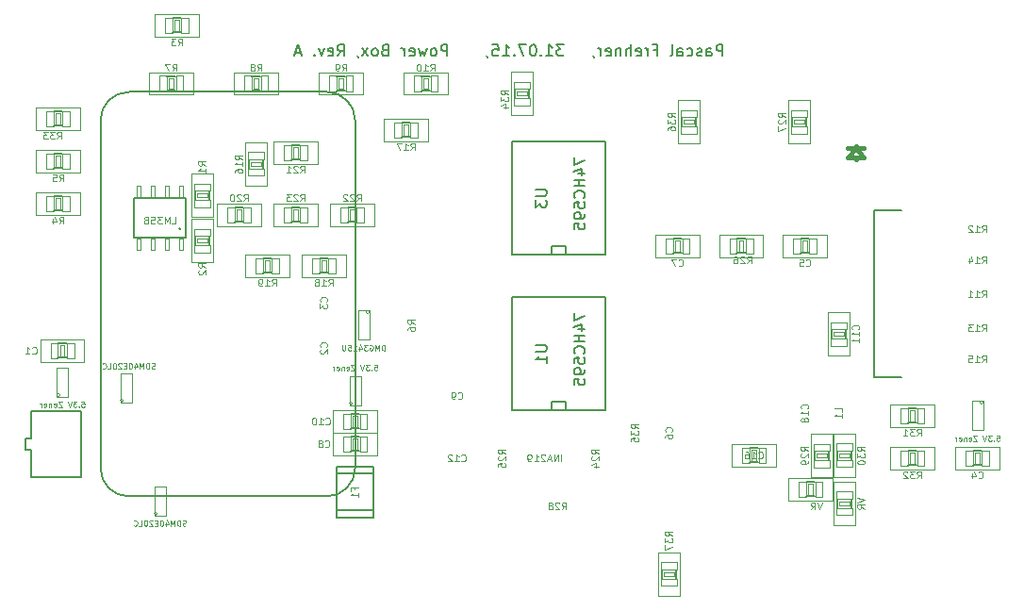
<source format=gbo>
G04 #@! TF.FileFunction,Legend,Bot*
%FSLAX46Y46*%
G04 Gerber Fmt 4.6, Leading zero omitted, Abs format (unit mm)*
G04 Created by KiCad (PCBNEW (2015-06-26 BZR 5832)-product) date Samstag, 01. August 2015 00:29:41*
%MOMM*%
G01*
G04 APERTURE LIST*
%ADD10C,0.150000*%
%ADD11C,0.177800*%
%ADD12C,0.078740*%
%ADD13C,0.066040*%
%ADD14C,0.152400*%
%ADD15C,0.050800*%
%ADD16C,0.127000*%
%ADD17C,0.101600*%
%ADD18C,0.381000*%
%ADD19C,0.088900*%
%ADD20C,0.089000*%
G04 APERTURE END LIST*
D10*
D11*
X161271855Y-74373619D02*
X161271855Y-73357619D01*
X160884808Y-73357619D01*
X160788046Y-73406000D01*
X160739665Y-73454381D01*
X160691284Y-73551143D01*
X160691284Y-73696286D01*
X160739665Y-73793048D01*
X160788046Y-73841429D01*
X160884808Y-73889810D01*
X161271855Y-73889810D01*
X159820427Y-74373619D02*
X159820427Y-73841429D01*
X159868808Y-73744667D01*
X159965570Y-73696286D01*
X160159093Y-73696286D01*
X160255855Y-73744667D01*
X159820427Y-74325238D02*
X159917189Y-74373619D01*
X160159093Y-74373619D01*
X160255855Y-74325238D01*
X160304236Y-74228476D01*
X160304236Y-74131714D01*
X160255855Y-74034952D01*
X160159093Y-73986571D01*
X159917189Y-73986571D01*
X159820427Y-73938190D01*
X159384998Y-74325238D02*
X159288236Y-74373619D01*
X159094712Y-74373619D01*
X158997951Y-74325238D01*
X158949570Y-74228476D01*
X158949570Y-74180095D01*
X158997951Y-74083333D01*
X159094712Y-74034952D01*
X159239855Y-74034952D01*
X159336617Y-73986571D01*
X159384998Y-73889810D01*
X159384998Y-73841429D01*
X159336617Y-73744667D01*
X159239855Y-73696286D01*
X159094712Y-73696286D01*
X158997951Y-73744667D01*
X158078713Y-74325238D02*
X158175475Y-74373619D01*
X158368998Y-74373619D01*
X158465760Y-74325238D01*
X158514141Y-74276857D01*
X158562522Y-74180095D01*
X158562522Y-73889810D01*
X158514141Y-73793048D01*
X158465760Y-73744667D01*
X158368998Y-73696286D01*
X158175475Y-73696286D01*
X158078713Y-73744667D01*
X157207856Y-74373619D02*
X157207856Y-73841429D01*
X157256237Y-73744667D01*
X157352999Y-73696286D01*
X157546522Y-73696286D01*
X157643284Y-73744667D01*
X157207856Y-74325238D02*
X157304618Y-74373619D01*
X157546522Y-74373619D01*
X157643284Y-74325238D01*
X157691665Y-74228476D01*
X157691665Y-74131714D01*
X157643284Y-74034952D01*
X157546522Y-73986571D01*
X157304618Y-73986571D01*
X157207856Y-73938190D01*
X156578903Y-74373619D02*
X156675665Y-74325238D01*
X156724046Y-74228476D01*
X156724046Y-73357619D01*
X155079095Y-73841429D02*
X155417761Y-73841429D01*
X155417761Y-74373619D02*
X155417761Y-73357619D01*
X154933952Y-73357619D01*
X154546904Y-74373619D02*
X154546904Y-73696286D01*
X154546904Y-73889810D02*
X154498523Y-73793048D01*
X154450142Y-73744667D01*
X154353380Y-73696286D01*
X154256619Y-73696286D01*
X153530905Y-74325238D02*
X153627667Y-74373619D01*
X153821190Y-74373619D01*
X153917952Y-74325238D01*
X153966333Y-74228476D01*
X153966333Y-73841429D01*
X153917952Y-73744667D01*
X153821190Y-73696286D01*
X153627667Y-73696286D01*
X153530905Y-73744667D01*
X153482524Y-73841429D01*
X153482524Y-73938190D01*
X153966333Y-74034952D01*
X153047095Y-74373619D02*
X153047095Y-73357619D01*
X152611667Y-74373619D02*
X152611667Y-73841429D01*
X152660048Y-73744667D01*
X152756810Y-73696286D01*
X152901952Y-73696286D01*
X152998714Y-73744667D01*
X153047095Y-73793048D01*
X152127857Y-73696286D02*
X152127857Y-74373619D01*
X152127857Y-73793048D02*
X152079476Y-73744667D01*
X151982714Y-73696286D01*
X151837572Y-73696286D01*
X151740810Y-73744667D01*
X151692429Y-73841429D01*
X151692429Y-74373619D01*
X150821572Y-74325238D02*
X150918334Y-74373619D01*
X151111857Y-74373619D01*
X151208619Y-74325238D01*
X151257000Y-74228476D01*
X151257000Y-73841429D01*
X151208619Y-73744667D01*
X151111857Y-73696286D01*
X150918334Y-73696286D01*
X150821572Y-73744667D01*
X150773191Y-73841429D01*
X150773191Y-73938190D01*
X151257000Y-74034952D01*
X150337762Y-74373619D02*
X150337762Y-73696286D01*
X150337762Y-73889810D02*
X150289381Y-73793048D01*
X150241000Y-73744667D01*
X150144238Y-73696286D01*
X150047477Y-73696286D01*
X149660429Y-74325238D02*
X149660429Y-74373619D01*
X149708810Y-74470381D01*
X149757191Y-74518762D01*
X146999477Y-73357619D02*
X146370525Y-73357619D01*
X146709191Y-73744667D01*
X146564049Y-73744667D01*
X146467287Y-73793048D01*
X146418906Y-73841429D01*
X146370525Y-73938190D01*
X146370525Y-74180095D01*
X146418906Y-74276857D01*
X146467287Y-74325238D01*
X146564049Y-74373619D01*
X146854334Y-74373619D01*
X146951096Y-74325238D01*
X146999477Y-74276857D01*
X145402906Y-74373619D02*
X145983477Y-74373619D01*
X145693191Y-74373619D02*
X145693191Y-73357619D01*
X145789953Y-73502762D01*
X145886715Y-73599524D01*
X145983477Y-73647905D01*
X144967477Y-74276857D02*
X144919096Y-74325238D01*
X144967477Y-74373619D01*
X145015858Y-74325238D01*
X144967477Y-74276857D01*
X144967477Y-74373619D01*
X144290143Y-73357619D02*
X144193382Y-73357619D01*
X144096620Y-73406000D01*
X144048239Y-73454381D01*
X143999858Y-73551143D01*
X143951477Y-73744667D01*
X143951477Y-73986571D01*
X143999858Y-74180095D01*
X144048239Y-74276857D01*
X144096620Y-74325238D01*
X144193382Y-74373619D01*
X144290143Y-74373619D01*
X144386905Y-74325238D01*
X144435286Y-74276857D01*
X144483667Y-74180095D01*
X144532048Y-73986571D01*
X144532048Y-73744667D01*
X144483667Y-73551143D01*
X144435286Y-73454381D01*
X144386905Y-73406000D01*
X144290143Y-73357619D01*
X143612810Y-73357619D02*
X142935477Y-73357619D01*
X143370905Y-74373619D01*
X142548429Y-74276857D02*
X142500048Y-74325238D01*
X142548429Y-74373619D01*
X142596810Y-74325238D01*
X142548429Y-74276857D01*
X142548429Y-74373619D01*
X141532429Y-74373619D02*
X142113000Y-74373619D01*
X141822714Y-74373619D02*
X141822714Y-73357619D01*
X141919476Y-73502762D01*
X142016238Y-73599524D01*
X142113000Y-73647905D01*
X140613191Y-73357619D02*
X141097000Y-73357619D01*
X141145381Y-73841429D01*
X141097000Y-73793048D01*
X141000238Y-73744667D01*
X140758334Y-73744667D01*
X140661572Y-73793048D01*
X140613191Y-73841429D01*
X140564810Y-73938190D01*
X140564810Y-74180095D01*
X140613191Y-74276857D01*
X140661572Y-74325238D01*
X140758334Y-74373619D01*
X141000238Y-74373619D01*
X141097000Y-74325238D01*
X141145381Y-74276857D01*
X140081000Y-74325238D02*
X140081000Y-74373619D01*
X140129381Y-74470381D01*
X140177762Y-74518762D01*
X136549191Y-74373619D02*
X136549191Y-73357619D01*
X136162144Y-73357619D01*
X136065382Y-73406000D01*
X136017001Y-73454381D01*
X135968620Y-73551143D01*
X135968620Y-73696286D01*
X136017001Y-73793048D01*
X136065382Y-73841429D01*
X136162144Y-73889810D01*
X136549191Y-73889810D01*
X135388048Y-74373619D02*
X135484810Y-74325238D01*
X135533191Y-74276857D01*
X135581572Y-74180095D01*
X135581572Y-73889810D01*
X135533191Y-73793048D01*
X135484810Y-73744667D01*
X135388048Y-73696286D01*
X135242906Y-73696286D01*
X135146144Y-73744667D01*
X135097763Y-73793048D01*
X135049382Y-73889810D01*
X135049382Y-74180095D01*
X135097763Y-74276857D01*
X135146144Y-74325238D01*
X135242906Y-74373619D01*
X135388048Y-74373619D01*
X134710715Y-73696286D02*
X134517191Y-74373619D01*
X134323668Y-73889810D01*
X134130144Y-74373619D01*
X133936620Y-73696286D01*
X133162525Y-74325238D02*
X133259287Y-74373619D01*
X133452810Y-74373619D01*
X133549572Y-74325238D01*
X133597953Y-74228476D01*
X133597953Y-73841429D01*
X133549572Y-73744667D01*
X133452810Y-73696286D01*
X133259287Y-73696286D01*
X133162525Y-73744667D01*
X133114144Y-73841429D01*
X133114144Y-73938190D01*
X133597953Y-74034952D01*
X132678715Y-74373619D02*
X132678715Y-73696286D01*
X132678715Y-73889810D02*
X132630334Y-73793048D01*
X132581953Y-73744667D01*
X132485191Y-73696286D01*
X132388430Y-73696286D01*
X130937002Y-73841429D02*
X130791859Y-73889810D01*
X130743478Y-73938190D01*
X130695097Y-74034952D01*
X130695097Y-74180095D01*
X130743478Y-74276857D01*
X130791859Y-74325238D01*
X130888621Y-74373619D01*
X131275668Y-74373619D01*
X131275668Y-73357619D01*
X130937002Y-73357619D01*
X130840240Y-73406000D01*
X130791859Y-73454381D01*
X130743478Y-73551143D01*
X130743478Y-73647905D01*
X130791859Y-73744667D01*
X130840240Y-73793048D01*
X130937002Y-73841429D01*
X131275668Y-73841429D01*
X130114525Y-74373619D02*
X130211287Y-74325238D01*
X130259668Y-74276857D01*
X130308049Y-74180095D01*
X130308049Y-73889810D01*
X130259668Y-73793048D01*
X130211287Y-73744667D01*
X130114525Y-73696286D01*
X129969383Y-73696286D01*
X129872621Y-73744667D01*
X129824240Y-73793048D01*
X129775859Y-73889810D01*
X129775859Y-74180095D01*
X129824240Y-74276857D01*
X129872621Y-74325238D01*
X129969383Y-74373619D01*
X130114525Y-74373619D01*
X129437192Y-74373619D02*
X128905002Y-73696286D01*
X129437192Y-73696286D02*
X128905002Y-74373619D01*
X128469573Y-74325238D02*
X128469573Y-74373619D01*
X128517954Y-74470381D01*
X128566335Y-74518762D01*
X126679478Y-74373619D02*
X127018144Y-73889810D01*
X127260049Y-74373619D02*
X127260049Y-73357619D01*
X126873002Y-73357619D01*
X126776240Y-73406000D01*
X126727859Y-73454381D01*
X126679478Y-73551143D01*
X126679478Y-73696286D01*
X126727859Y-73793048D01*
X126776240Y-73841429D01*
X126873002Y-73889810D01*
X127260049Y-73889810D01*
X125857002Y-74325238D02*
X125953764Y-74373619D01*
X126147287Y-74373619D01*
X126244049Y-74325238D01*
X126292430Y-74228476D01*
X126292430Y-73841429D01*
X126244049Y-73744667D01*
X126147287Y-73696286D01*
X125953764Y-73696286D01*
X125857002Y-73744667D01*
X125808621Y-73841429D01*
X125808621Y-73938190D01*
X126292430Y-74034952D01*
X125469954Y-73696286D02*
X125228049Y-74373619D01*
X124986145Y-73696286D01*
X124599097Y-74276857D02*
X124550716Y-74325238D01*
X124599097Y-74373619D01*
X124647478Y-74325238D01*
X124599097Y-74276857D01*
X124599097Y-74373619D01*
X123389573Y-74083333D02*
X122905764Y-74083333D01*
X123486335Y-74373619D02*
X123147668Y-73357619D01*
X122809002Y-74373619D01*
D12*
X107504550Y-105316020D02*
G75*
G03X107504550Y-105316020I-159070J0D01*
G01*
X108204000Y-102870000D02*
X107188000Y-102870000D01*
X108204000Y-105473500D02*
X107188000Y-105473500D01*
X107188000Y-102870000D02*
X107188000Y-105473500D01*
X108204000Y-105473500D02*
X108204000Y-102870000D01*
X110552550Y-115476020D02*
G75*
G03X110552550Y-115476020I-159070J0D01*
G01*
X111252000Y-113030000D02*
X110236000Y-113030000D01*
X111252000Y-115633500D02*
X110236000Y-115633500D01*
X110236000Y-113030000D02*
X110236000Y-115633500D01*
X111252000Y-115633500D02*
X111252000Y-113030000D01*
D13*
X101574600Y-101536500D02*
X100926900Y-101536500D01*
X100926900Y-101536500D02*
X100926900Y-100136960D01*
X101574600Y-100136960D02*
X100926900Y-100136960D01*
X101574600Y-101536500D02*
X101574600Y-100136960D01*
X103047800Y-101536500D02*
X102397560Y-101536500D01*
X102397560Y-101536500D02*
X102397560Y-100136960D01*
X103047800Y-100136960D02*
X102397560Y-100136960D01*
X103047800Y-101536500D02*
X103047800Y-100136960D01*
X102179120Y-101335840D02*
X101782880Y-101335840D01*
X101782880Y-101335840D02*
X101782880Y-100340160D01*
X102179120Y-100340160D02*
X101782880Y-100340160D01*
X102179120Y-101335840D02*
X102179120Y-100340160D01*
D14*
X102389940Y-100203000D02*
X101572060Y-100203000D01*
X102389940Y-101473000D02*
X101572060Y-101473000D01*
D15*
X103952040Y-99855020D02*
X100009960Y-99855020D01*
X100009960Y-99855020D02*
X100009960Y-101820980D01*
X100009960Y-101820980D02*
X103952040Y-101820980D01*
X103952040Y-101820980D02*
X103952040Y-99855020D01*
D13*
X184556400Y-109791500D02*
X185204100Y-109791500D01*
X185204100Y-109791500D02*
X185204100Y-111191040D01*
X184556400Y-111191040D02*
X185204100Y-111191040D01*
X184556400Y-109791500D02*
X184556400Y-111191040D01*
X183083200Y-109791500D02*
X183733440Y-109791500D01*
X183733440Y-109791500D02*
X183733440Y-111191040D01*
X183083200Y-111191040D02*
X183733440Y-111191040D01*
X183083200Y-109791500D02*
X183083200Y-111191040D01*
X183951880Y-109992160D02*
X184348120Y-109992160D01*
X184348120Y-109992160D02*
X184348120Y-110987840D01*
X183951880Y-110987840D02*
X184348120Y-110987840D01*
X183951880Y-109992160D02*
X183951880Y-110987840D01*
D14*
X183741060Y-111125000D02*
X184558940Y-111125000D01*
X183741060Y-109855000D02*
X184558940Y-109855000D01*
D15*
X182178960Y-111472980D02*
X186121040Y-111472980D01*
X186121040Y-111472980D02*
X186121040Y-109507020D01*
X186121040Y-109507020D02*
X182178960Y-109507020D01*
X182178960Y-109507020D02*
X182178960Y-111472980D01*
D13*
X169062400Y-90741500D02*
X169710100Y-90741500D01*
X169710100Y-90741500D02*
X169710100Y-92141040D01*
X169062400Y-92141040D02*
X169710100Y-92141040D01*
X169062400Y-90741500D02*
X169062400Y-92141040D01*
X167589200Y-90741500D02*
X168239440Y-90741500D01*
X168239440Y-90741500D02*
X168239440Y-92141040D01*
X167589200Y-92141040D02*
X168239440Y-92141040D01*
X167589200Y-90741500D02*
X167589200Y-92141040D01*
X168457880Y-90942160D02*
X168854120Y-90942160D01*
X168854120Y-90942160D02*
X168854120Y-91937840D01*
X168457880Y-91937840D02*
X168854120Y-91937840D01*
X168457880Y-90942160D02*
X168457880Y-91937840D01*
D14*
X168247060Y-92075000D02*
X169064940Y-92075000D01*
X168247060Y-90805000D02*
X169064940Y-90805000D01*
D15*
X166684960Y-92422980D02*
X170627040Y-92422980D01*
X170627040Y-92422980D02*
X170627040Y-90457020D01*
X170627040Y-90457020D02*
X166684960Y-90457020D01*
X166684960Y-90457020D02*
X166684960Y-92422980D01*
D13*
X156819600Y-92138500D02*
X156171900Y-92138500D01*
X156171900Y-92138500D02*
X156171900Y-90738960D01*
X156819600Y-90738960D02*
X156171900Y-90738960D01*
X156819600Y-92138500D02*
X156819600Y-90738960D01*
X158292800Y-92138500D02*
X157642560Y-92138500D01*
X157642560Y-92138500D02*
X157642560Y-90738960D01*
X158292800Y-90738960D02*
X157642560Y-90738960D01*
X158292800Y-92138500D02*
X158292800Y-90738960D01*
X157424120Y-91937840D02*
X157027880Y-91937840D01*
X157027880Y-91937840D02*
X157027880Y-90942160D01*
X157424120Y-90942160D02*
X157027880Y-90942160D01*
X157424120Y-91937840D02*
X157424120Y-90942160D01*
D14*
X157634940Y-90805000D02*
X156817060Y-90805000D01*
X157634940Y-92075000D02*
X156817060Y-92075000D01*
D15*
X159197040Y-90457020D02*
X155254960Y-90457020D01*
X155254960Y-90457020D02*
X155254960Y-92422980D01*
X155254960Y-92422980D02*
X159197040Y-92422980D01*
X159197040Y-92422980D02*
X159197040Y-90457020D01*
D13*
X127863600Y-109918500D02*
X127215900Y-109918500D01*
X127215900Y-109918500D02*
X127215900Y-108518960D01*
X127863600Y-108518960D02*
X127215900Y-108518960D01*
X127863600Y-109918500D02*
X127863600Y-108518960D01*
X129336800Y-109918500D02*
X128686560Y-109918500D01*
X128686560Y-109918500D02*
X128686560Y-108518960D01*
X129336800Y-108518960D02*
X128686560Y-108518960D01*
X129336800Y-109918500D02*
X129336800Y-108518960D01*
X128468120Y-109717840D02*
X128071880Y-109717840D01*
X128071880Y-109717840D02*
X128071880Y-108722160D01*
X128468120Y-108722160D02*
X128071880Y-108722160D01*
X128468120Y-109717840D02*
X128468120Y-108722160D01*
D14*
X128678940Y-108585000D02*
X127861060Y-108585000D01*
X128678940Y-109855000D02*
X127861060Y-109855000D01*
D15*
X130241040Y-108237020D02*
X126298960Y-108237020D01*
X126298960Y-108237020D02*
X126298960Y-110202980D01*
X126298960Y-110202980D02*
X130241040Y-110202980D01*
X130241040Y-110202980D02*
X130241040Y-108237020D01*
D13*
X127863600Y-107886500D02*
X127215900Y-107886500D01*
X127215900Y-107886500D02*
X127215900Y-106486960D01*
X127863600Y-106486960D02*
X127215900Y-106486960D01*
X127863600Y-107886500D02*
X127863600Y-106486960D01*
X129336800Y-107886500D02*
X128686560Y-107886500D01*
X128686560Y-107886500D02*
X128686560Y-106486960D01*
X129336800Y-106486960D02*
X128686560Y-106486960D01*
X129336800Y-107886500D02*
X129336800Y-106486960D01*
X128468120Y-107685840D02*
X128071880Y-107685840D01*
X128071880Y-107685840D02*
X128071880Y-106690160D01*
X128468120Y-106690160D02*
X128071880Y-106690160D01*
X128468120Y-107685840D02*
X128468120Y-106690160D01*
D14*
X128678940Y-106553000D02*
X127861060Y-106553000D01*
X128678940Y-107823000D02*
X127861060Y-107823000D01*
D15*
X130241040Y-106205020D02*
X126298960Y-106205020D01*
X126298960Y-106205020D02*
X126298960Y-108170980D01*
X126298960Y-108170980D02*
X130241040Y-108170980D01*
X130241040Y-108170980D02*
X130241040Y-106205020D01*
D13*
X171005500Y-98907600D02*
X171005500Y-98259900D01*
X171005500Y-98259900D02*
X172405040Y-98259900D01*
X172405040Y-98907600D02*
X172405040Y-98259900D01*
X171005500Y-98907600D02*
X172405040Y-98907600D01*
X171005500Y-100380800D02*
X171005500Y-99730560D01*
X171005500Y-99730560D02*
X172405040Y-99730560D01*
X172405040Y-100380800D02*
X172405040Y-99730560D01*
X171005500Y-100380800D02*
X172405040Y-100380800D01*
X171206160Y-99512120D02*
X171206160Y-99115880D01*
X171206160Y-99115880D02*
X172201840Y-99115880D01*
X172201840Y-99512120D02*
X172201840Y-99115880D01*
X171206160Y-99512120D02*
X172201840Y-99512120D01*
D14*
X172339000Y-99722940D02*
X172339000Y-98905060D01*
X171069000Y-99722940D02*
X171069000Y-98905060D01*
D15*
X172686980Y-101285040D02*
X172686980Y-97342960D01*
X172686980Y-97342960D02*
X170721020Y-97342960D01*
X170721020Y-97342960D02*
X170721020Y-101285040D01*
X170721020Y-101285040D02*
X172686980Y-101285040D01*
D13*
X163677600Y-110934500D02*
X163029900Y-110934500D01*
X163029900Y-110934500D02*
X163029900Y-109534960D01*
X163677600Y-109534960D02*
X163029900Y-109534960D01*
X163677600Y-110934500D02*
X163677600Y-109534960D01*
X165150800Y-110934500D02*
X164500560Y-110934500D01*
X164500560Y-110934500D02*
X164500560Y-109534960D01*
X165150800Y-109534960D02*
X164500560Y-109534960D01*
X165150800Y-110934500D02*
X165150800Y-109534960D01*
X164282120Y-110733840D02*
X163885880Y-110733840D01*
X163885880Y-110733840D02*
X163885880Y-109738160D01*
X164282120Y-109738160D02*
X163885880Y-109738160D01*
X164282120Y-110733840D02*
X164282120Y-109738160D01*
D14*
X164492940Y-109601000D02*
X163675060Y-109601000D01*
X164492940Y-110871000D02*
X163675060Y-110871000D01*
D15*
X166055040Y-109253020D02*
X162112960Y-109253020D01*
X162112960Y-109253020D02*
X162112960Y-111218980D01*
X162112960Y-111218980D02*
X166055040Y-111218980D01*
X166055040Y-111218980D02*
X166055040Y-109253020D01*
D10*
X177292000Y-88265000D02*
X174879000Y-88265000D01*
X174879000Y-88265000D02*
X174879000Y-103251000D01*
X174879000Y-103251000D02*
X177292000Y-103251000D01*
D12*
X101789550Y-104808020D02*
G75*
G03X101789550Y-104808020I-159070J0D01*
G01*
X102489000Y-102362000D02*
X101473000Y-102362000D01*
X102489000Y-104965500D02*
X101473000Y-104965500D01*
X101473000Y-102362000D02*
X101473000Y-104965500D01*
X102489000Y-104965500D02*
X102489000Y-102362000D01*
X184659590Y-105503980D02*
G75*
G03X184659590Y-105503980I-159070J0D01*
G01*
X183642000Y-107950000D02*
X184658000Y-107950000D01*
X183642000Y-105346500D02*
X184658000Y-105346500D01*
X184658000Y-107950000D02*
X184658000Y-105346500D01*
X183642000Y-105346500D02*
X183642000Y-107950000D01*
X128078550Y-105570020D02*
G75*
G03X128078550Y-105570020I-159070J0D01*
G01*
X128778000Y-103124000D02*
X127762000Y-103124000D01*
X128778000Y-105727500D02*
X127762000Y-105727500D01*
X127762000Y-103124000D02*
X127762000Y-105727500D01*
X128778000Y-105727500D02*
X128778000Y-103124000D01*
D16*
X126619000Y-115189000D02*
X129921000Y-115189000D01*
X126619000Y-111887000D02*
X129921000Y-111887000D01*
X126619000Y-111252000D02*
X129921000Y-111252000D01*
X129921000Y-111252000D02*
X129921000Y-115824000D01*
X129921000Y-115824000D02*
X126619000Y-115824000D01*
X126619000Y-115824000D02*
X126619000Y-111252000D01*
D13*
X112826800Y-91770200D02*
X112471200Y-91770200D01*
X112471200Y-91770200D02*
X112471200Y-90754200D01*
X112826800Y-90754200D02*
X112471200Y-90754200D01*
X112826800Y-91770200D02*
X112826800Y-90754200D01*
X111556800Y-91770200D02*
X111201200Y-91770200D01*
X111201200Y-91770200D02*
X111201200Y-90754200D01*
X111556800Y-90754200D02*
X111201200Y-90754200D01*
X111556800Y-91770200D02*
X111556800Y-90754200D01*
X110286800Y-91770200D02*
X109931200Y-91770200D01*
X109931200Y-91770200D02*
X109931200Y-90754200D01*
X110286800Y-90754200D02*
X109931200Y-90754200D01*
X110286800Y-91770200D02*
X110286800Y-90754200D01*
X109016800Y-91770200D02*
X108661200Y-91770200D01*
X108661200Y-91770200D02*
X108661200Y-90754200D01*
X109016800Y-90754200D02*
X108661200Y-90754200D01*
X109016800Y-91770200D02*
X109016800Y-90754200D01*
X112826800Y-87045800D02*
X112471200Y-87045800D01*
X112471200Y-87045800D02*
X112471200Y-86029800D01*
X112826800Y-86029800D02*
X112471200Y-86029800D01*
X112826800Y-87045800D02*
X112826800Y-86029800D01*
X111556800Y-87045800D02*
X111201200Y-87045800D01*
X111201200Y-87045800D02*
X111201200Y-86029800D01*
X111556800Y-86029800D02*
X111201200Y-86029800D01*
X111556800Y-87045800D02*
X111556800Y-86029800D01*
X110286800Y-87045800D02*
X109931200Y-87045800D01*
X109931200Y-87045800D02*
X109931200Y-86029800D01*
X110286800Y-86029800D02*
X109931200Y-86029800D01*
X110286800Y-87045800D02*
X110286800Y-86029800D01*
X109016800Y-87045800D02*
X108661200Y-87045800D01*
X108661200Y-87045800D02*
X108661200Y-86029800D01*
X109016800Y-86029800D02*
X108661200Y-86029800D01*
X109016800Y-87045800D02*
X109016800Y-86029800D01*
D14*
X113103660Y-90700860D02*
X108384340Y-90700860D01*
X108384340Y-90700860D02*
X108384340Y-87099140D01*
X108384340Y-87099140D02*
X113103660Y-87099140D01*
X113103660Y-87099140D02*
X113103660Y-90700860D01*
D17*
X112645439Y-89890600D02*
G75*
G03X112645439Y-89890600I-100579J0D01*
G01*
D10*
X125730000Y-113919000D02*
X107950000Y-113919000D01*
X125730000Y-77597000D02*
X107950000Y-77597000D01*
X105410000Y-80137000D02*
G75*
G02X107950000Y-77597000I2540000J0D01*
G01*
X125730000Y-77597000D02*
G75*
G02X128270000Y-80137000I0J-2540000D01*
G01*
X107950000Y-113919000D02*
G75*
G02X105410000Y-111379000I0J2540000D01*
G01*
X128270000Y-111379000D02*
G75*
G02X125730000Y-113919000I-2540000J0D01*
G01*
X105410000Y-80137000D02*
X105410000Y-111252000D01*
X128270000Y-80137000D02*
X128270000Y-111379000D01*
D12*
X129541590Y-97375980D02*
G75*
G03X129541590Y-97375980I-159070J0D01*
G01*
X128524000Y-99822000D02*
X129540000Y-99822000D01*
X128524000Y-97218500D02*
X129540000Y-97218500D01*
X129540000Y-99822000D02*
X129540000Y-97218500D01*
X128524000Y-97218500D02*
X128524000Y-99822000D01*
D13*
X113855500Y-86461600D02*
X113855500Y-85813900D01*
X113855500Y-85813900D02*
X115255040Y-85813900D01*
X115255040Y-86461600D02*
X115255040Y-85813900D01*
X113855500Y-86461600D02*
X115255040Y-86461600D01*
X113855500Y-87934800D02*
X113855500Y-87284560D01*
X113855500Y-87284560D02*
X115255040Y-87284560D01*
X115255040Y-87934800D02*
X115255040Y-87284560D01*
X113855500Y-87934800D02*
X115255040Y-87934800D01*
X114056160Y-87066120D02*
X114056160Y-86669880D01*
X114056160Y-86669880D02*
X115051840Y-86669880D01*
X115051840Y-87066120D02*
X115051840Y-86669880D01*
X114056160Y-87066120D02*
X115051840Y-87066120D01*
D14*
X115189000Y-87276940D02*
X115189000Y-86459060D01*
X113919000Y-87276940D02*
X113919000Y-86459060D01*
D15*
X115536980Y-88839040D02*
X115536980Y-84896960D01*
X115536980Y-84896960D02*
X113571020Y-84896960D01*
X113571020Y-84896960D02*
X113571020Y-88839040D01*
X113571020Y-88839040D02*
X115536980Y-88839040D01*
D13*
X113855500Y-90525600D02*
X113855500Y-89877900D01*
X113855500Y-89877900D02*
X115255040Y-89877900D01*
X115255040Y-90525600D02*
X115255040Y-89877900D01*
X113855500Y-90525600D02*
X115255040Y-90525600D01*
X113855500Y-91998800D02*
X113855500Y-91348560D01*
X113855500Y-91348560D02*
X115255040Y-91348560D01*
X115255040Y-91998800D02*
X115255040Y-91348560D01*
X113855500Y-91998800D02*
X115255040Y-91998800D01*
X114056160Y-91130120D02*
X114056160Y-90733880D01*
X114056160Y-90733880D02*
X115051840Y-90733880D01*
X115051840Y-91130120D02*
X115051840Y-90733880D01*
X114056160Y-91130120D02*
X115051840Y-91130120D01*
D14*
X115189000Y-91340940D02*
X115189000Y-90523060D01*
X113919000Y-91340940D02*
X113919000Y-90523060D01*
D15*
X115536980Y-92903040D02*
X115536980Y-88960960D01*
X115536980Y-88960960D02*
X113571020Y-88960960D01*
X113571020Y-88960960D02*
X113571020Y-92903040D01*
X113571020Y-92903040D02*
X115536980Y-92903040D01*
D13*
X112674400Y-70929500D02*
X113322100Y-70929500D01*
X113322100Y-70929500D02*
X113322100Y-72329040D01*
X112674400Y-72329040D02*
X113322100Y-72329040D01*
X112674400Y-70929500D02*
X112674400Y-72329040D01*
X111201200Y-70929500D02*
X111851440Y-70929500D01*
X111851440Y-70929500D02*
X111851440Y-72329040D01*
X111201200Y-72329040D02*
X111851440Y-72329040D01*
X111201200Y-70929500D02*
X111201200Y-72329040D01*
X112069880Y-71130160D02*
X112466120Y-71130160D01*
X112466120Y-71130160D02*
X112466120Y-72125840D01*
X112069880Y-72125840D02*
X112466120Y-72125840D01*
X112069880Y-71130160D02*
X112069880Y-72125840D01*
D14*
X111859060Y-72263000D02*
X112676940Y-72263000D01*
X111859060Y-70993000D02*
X112676940Y-70993000D01*
D15*
X110296960Y-72610980D02*
X114239040Y-72610980D01*
X114239040Y-72610980D02*
X114239040Y-70645020D01*
X114239040Y-70645020D02*
X110296960Y-70645020D01*
X110296960Y-70645020D02*
X110296960Y-72610980D01*
D13*
X102006400Y-86931500D02*
X102654100Y-86931500D01*
X102654100Y-86931500D02*
X102654100Y-88331040D01*
X102006400Y-88331040D02*
X102654100Y-88331040D01*
X102006400Y-86931500D02*
X102006400Y-88331040D01*
X100533200Y-86931500D02*
X101183440Y-86931500D01*
X101183440Y-86931500D02*
X101183440Y-88331040D01*
X100533200Y-88331040D02*
X101183440Y-88331040D01*
X100533200Y-86931500D02*
X100533200Y-88331040D01*
X101401880Y-87132160D02*
X101798120Y-87132160D01*
X101798120Y-87132160D02*
X101798120Y-88127840D01*
X101401880Y-88127840D02*
X101798120Y-88127840D01*
X101401880Y-87132160D02*
X101401880Y-88127840D01*
D14*
X101191060Y-88265000D02*
X102008940Y-88265000D01*
X101191060Y-86995000D02*
X102008940Y-86995000D01*
D15*
X99628960Y-88612980D02*
X103571040Y-88612980D01*
X103571040Y-88612980D02*
X103571040Y-86647020D01*
X103571040Y-86647020D02*
X99628960Y-86647020D01*
X99628960Y-86647020D02*
X99628960Y-88612980D01*
D13*
X102006400Y-83121500D02*
X102654100Y-83121500D01*
X102654100Y-83121500D02*
X102654100Y-84521040D01*
X102006400Y-84521040D02*
X102654100Y-84521040D01*
X102006400Y-83121500D02*
X102006400Y-84521040D01*
X100533200Y-83121500D02*
X101183440Y-83121500D01*
X101183440Y-83121500D02*
X101183440Y-84521040D01*
X100533200Y-84521040D02*
X101183440Y-84521040D01*
X100533200Y-83121500D02*
X100533200Y-84521040D01*
X101401880Y-83322160D02*
X101798120Y-83322160D01*
X101798120Y-83322160D02*
X101798120Y-84317840D01*
X101401880Y-84317840D02*
X101798120Y-84317840D01*
X101401880Y-83322160D02*
X101401880Y-84317840D01*
D14*
X101191060Y-84455000D02*
X102008940Y-84455000D01*
X101191060Y-83185000D02*
X102008940Y-83185000D01*
D15*
X99628960Y-84802980D02*
X103571040Y-84802980D01*
X103571040Y-84802980D02*
X103571040Y-82837020D01*
X103571040Y-82837020D02*
X99628960Y-82837020D01*
X99628960Y-82837020D02*
X99628960Y-84802980D01*
D13*
X111353600Y-77533500D02*
X110705900Y-77533500D01*
X110705900Y-77533500D02*
X110705900Y-76133960D01*
X111353600Y-76133960D02*
X110705900Y-76133960D01*
X111353600Y-77533500D02*
X111353600Y-76133960D01*
X112826800Y-77533500D02*
X112176560Y-77533500D01*
X112176560Y-77533500D02*
X112176560Y-76133960D01*
X112826800Y-76133960D02*
X112176560Y-76133960D01*
X112826800Y-77533500D02*
X112826800Y-76133960D01*
X111958120Y-77332840D02*
X111561880Y-77332840D01*
X111561880Y-77332840D02*
X111561880Y-76337160D01*
X111958120Y-76337160D02*
X111561880Y-76337160D01*
X111958120Y-77332840D02*
X111958120Y-76337160D01*
D14*
X112168940Y-76200000D02*
X111351060Y-76200000D01*
X112168940Y-77470000D02*
X111351060Y-77470000D01*
D15*
X113731040Y-75852020D02*
X109788960Y-75852020D01*
X109788960Y-75852020D02*
X109788960Y-77817980D01*
X109788960Y-77817980D02*
X113731040Y-77817980D01*
X113731040Y-77817980D02*
X113731040Y-75852020D01*
D13*
X118973600Y-77533500D02*
X118325900Y-77533500D01*
X118325900Y-77533500D02*
X118325900Y-76133960D01*
X118973600Y-76133960D02*
X118325900Y-76133960D01*
X118973600Y-77533500D02*
X118973600Y-76133960D01*
X120446800Y-77533500D02*
X119796560Y-77533500D01*
X119796560Y-77533500D02*
X119796560Y-76133960D01*
X120446800Y-76133960D02*
X119796560Y-76133960D01*
X120446800Y-77533500D02*
X120446800Y-76133960D01*
X119578120Y-77332840D02*
X119181880Y-77332840D01*
X119181880Y-77332840D02*
X119181880Y-76337160D01*
X119578120Y-76337160D02*
X119181880Y-76337160D01*
X119578120Y-77332840D02*
X119578120Y-76337160D01*
D14*
X119788940Y-76200000D02*
X118971060Y-76200000D01*
X119788940Y-77470000D02*
X118971060Y-77470000D01*
D15*
X121351040Y-75852020D02*
X117408960Y-75852020D01*
X117408960Y-75852020D02*
X117408960Y-77817980D01*
X117408960Y-77817980D02*
X121351040Y-77817980D01*
X121351040Y-77817980D02*
X121351040Y-75852020D01*
D13*
X126593600Y-77533500D02*
X125945900Y-77533500D01*
X125945900Y-77533500D02*
X125945900Y-76133960D01*
X126593600Y-76133960D02*
X125945900Y-76133960D01*
X126593600Y-77533500D02*
X126593600Y-76133960D01*
X128066800Y-77533500D02*
X127416560Y-77533500D01*
X127416560Y-77533500D02*
X127416560Y-76133960D01*
X128066800Y-76133960D02*
X127416560Y-76133960D01*
X128066800Y-77533500D02*
X128066800Y-76133960D01*
X127198120Y-77332840D02*
X126801880Y-77332840D01*
X126801880Y-77332840D02*
X126801880Y-76337160D01*
X127198120Y-76337160D02*
X126801880Y-76337160D01*
X127198120Y-77332840D02*
X127198120Y-76337160D01*
D14*
X127408940Y-76200000D02*
X126591060Y-76200000D01*
X127408940Y-77470000D02*
X126591060Y-77470000D01*
D15*
X128971040Y-75852020D02*
X125028960Y-75852020D01*
X125028960Y-75852020D02*
X125028960Y-77817980D01*
X125028960Y-77817980D02*
X128971040Y-77817980D01*
X128971040Y-77817980D02*
X128971040Y-75852020D01*
D13*
X134213600Y-77533500D02*
X133565900Y-77533500D01*
X133565900Y-77533500D02*
X133565900Y-76133960D01*
X134213600Y-76133960D02*
X133565900Y-76133960D01*
X134213600Y-77533500D02*
X134213600Y-76133960D01*
X135686800Y-77533500D02*
X135036560Y-77533500D01*
X135036560Y-77533500D02*
X135036560Y-76133960D01*
X135686800Y-76133960D02*
X135036560Y-76133960D01*
X135686800Y-77533500D02*
X135686800Y-76133960D01*
X134818120Y-77332840D02*
X134421880Y-77332840D01*
X134421880Y-77332840D02*
X134421880Y-76337160D01*
X134818120Y-76337160D02*
X134421880Y-76337160D01*
X134818120Y-77332840D02*
X134818120Y-76337160D01*
D14*
X135028940Y-76200000D02*
X134211060Y-76200000D01*
X135028940Y-77470000D02*
X134211060Y-77470000D01*
D15*
X136591040Y-75852020D02*
X132648960Y-75852020D01*
X132648960Y-75852020D02*
X132648960Y-77817980D01*
X132648960Y-77817980D02*
X136591040Y-77817980D01*
X136591040Y-77817980D02*
X136591040Y-75852020D01*
D13*
X120078500Y-84480400D02*
X120078500Y-85128100D01*
X120078500Y-85128100D02*
X118678960Y-85128100D01*
X118678960Y-84480400D02*
X118678960Y-85128100D01*
X120078500Y-84480400D02*
X118678960Y-84480400D01*
X120078500Y-83007200D02*
X120078500Y-83657440D01*
X120078500Y-83657440D02*
X118678960Y-83657440D01*
X118678960Y-83007200D02*
X118678960Y-83657440D01*
X120078500Y-83007200D02*
X118678960Y-83007200D01*
X119877840Y-83875880D02*
X119877840Y-84272120D01*
X119877840Y-84272120D02*
X118882160Y-84272120D01*
X118882160Y-83875880D02*
X118882160Y-84272120D01*
X119877840Y-83875880D02*
X118882160Y-83875880D01*
D14*
X118745000Y-83665060D02*
X118745000Y-84482940D01*
X120015000Y-83665060D02*
X120015000Y-84482940D01*
D15*
X118397020Y-82102960D02*
X118397020Y-86045040D01*
X118397020Y-86045040D02*
X120362980Y-86045040D01*
X120362980Y-86045040D02*
X120362980Y-82102960D01*
X120362980Y-82102960D02*
X118397020Y-82102960D01*
D13*
X133248400Y-80327500D02*
X133896100Y-80327500D01*
X133896100Y-80327500D02*
X133896100Y-81727040D01*
X133248400Y-81727040D02*
X133896100Y-81727040D01*
X133248400Y-80327500D02*
X133248400Y-81727040D01*
X131775200Y-80327500D02*
X132425440Y-80327500D01*
X132425440Y-80327500D02*
X132425440Y-81727040D01*
X131775200Y-81727040D02*
X132425440Y-81727040D01*
X131775200Y-80327500D02*
X131775200Y-81727040D01*
X132643880Y-80528160D02*
X133040120Y-80528160D01*
X133040120Y-80528160D02*
X133040120Y-81523840D01*
X132643880Y-81523840D02*
X133040120Y-81523840D01*
X132643880Y-80528160D02*
X132643880Y-81523840D01*
D14*
X132433060Y-81661000D02*
X133250940Y-81661000D01*
X132433060Y-80391000D02*
X133250940Y-80391000D01*
D15*
X130870960Y-82008980D02*
X134813040Y-82008980D01*
X134813040Y-82008980D02*
X134813040Y-80043020D01*
X134813040Y-80043020D02*
X130870960Y-80043020D01*
X130870960Y-80043020D02*
X130870960Y-82008980D01*
D13*
X125882400Y-92519500D02*
X126530100Y-92519500D01*
X126530100Y-92519500D02*
X126530100Y-93919040D01*
X125882400Y-93919040D02*
X126530100Y-93919040D01*
X125882400Y-92519500D02*
X125882400Y-93919040D01*
X124409200Y-92519500D02*
X125059440Y-92519500D01*
X125059440Y-92519500D02*
X125059440Y-93919040D01*
X124409200Y-93919040D02*
X125059440Y-93919040D01*
X124409200Y-92519500D02*
X124409200Y-93919040D01*
X125277880Y-92720160D02*
X125674120Y-92720160D01*
X125674120Y-92720160D02*
X125674120Y-93715840D01*
X125277880Y-93715840D02*
X125674120Y-93715840D01*
X125277880Y-92720160D02*
X125277880Y-93715840D01*
D14*
X125067060Y-93853000D02*
X125884940Y-93853000D01*
X125067060Y-92583000D02*
X125884940Y-92583000D01*
D15*
X123504960Y-94200980D02*
X127447040Y-94200980D01*
X127447040Y-94200980D02*
X127447040Y-92235020D01*
X127447040Y-92235020D02*
X123504960Y-92235020D01*
X123504960Y-92235020D02*
X123504960Y-94200980D01*
D13*
X120802400Y-92519500D02*
X121450100Y-92519500D01*
X121450100Y-92519500D02*
X121450100Y-93919040D01*
X120802400Y-93919040D02*
X121450100Y-93919040D01*
X120802400Y-92519500D02*
X120802400Y-93919040D01*
X119329200Y-92519500D02*
X119979440Y-92519500D01*
X119979440Y-92519500D02*
X119979440Y-93919040D01*
X119329200Y-93919040D02*
X119979440Y-93919040D01*
X119329200Y-92519500D02*
X119329200Y-93919040D01*
X120197880Y-92720160D02*
X120594120Y-92720160D01*
X120594120Y-92720160D02*
X120594120Y-93715840D01*
X120197880Y-93715840D02*
X120594120Y-93715840D01*
X120197880Y-92720160D02*
X120197880Y-93715840D01*
D14*
X119987060Y-93853000D02*
X120804940Y-93853000D01*
X119987060Y-92583000D02*
X120804940Y-92583000D01*
D15*
X118424960Y-94200980D02*
X122367040Y-94200980D01*
X122367040Y-94200980D02*
X122367040Y-92235020D01*
X122367040Y-92235020D02*
X118424960Y-92235020D01*
X118424960Y-92235020D02*
X118424960Y-94200980D01*
D13*
X118262400Y-87947500D02*
X118910100Y-87947500D01*
X118910100Y-87947500D02*
X118910100Y-89347040D01*
X118262400Y-89347040D02*
X118910100Y-89347040D01*
X118262400Y-87947500D02*
X118262400Y-89347040D01*
X116789200Y-87947500D02*
X117439440Y-87947500D01*
X117439440Y-87947500D02*
X117439440Y-89347040D01*
X116789200Y-89347040D02*
X117439440Y-89347040D01*
X116789200Y-87947500D02*
X116789200Y-89347040D01*
X117657880Y-88148160D02*
X118054120Y-88148160D01*
X118054120Y-88148160D02*
X118054120Y-89143840D01*
X117657880Y-89143840D02*
X118054120Y-89143840D01*
X117657880Y-88148160D02*
X117657880Y-89143840D01*
D14*
X117447060Y-89281000D02*
X118264940Y-89281000D01*
X117447060Y-88011000D02*
X118264940Y-88011000D01*
D15*
X115884960Y-89628980D02*
X119827040Y-89628980D01*
X119827040Y-89628980D02*
X119827040Y-87663020D01*
X119827040Y-87663020D02*
X115884960Y-87663020D01*
X115884960Y-87663020D02*
X115884960Y-89628980D01*
D13*
X123342400Y-82359500D02*
X123990100Y-82359500D01*
X123990100Y-82359500D02*
X123990100Y-83759040D01*
X123342400Y-83759040D02*
X123990100Y-83759040D01*
X123342400Y-82359500D02*
X123342400Y-83759040D01*
X121869200Y-82359500D02*
X122519440Y-82359500D01*
X122519440Y-82359500D02*
X122519440Y-83759040D01*
X121869200Y-83759040D02*
X122519440Y-83759040D01*
X121869200Y-82359500D02*
X121869200Y-83759040D01*
X122737880Y-82560160D02*
X123134120Y-82560160D01*
X123134120Y-82560160D02*
X123134120Y-83555840D01*
X122737880Y-83555840D02*
X123134120Y-83555840D01*
X122737880Y-82560160D02*
X122737880Y-83555840D01*
D14*
X122527060Y-83693000D02*
X123344940Y-83693000D01*
X122527060Y-82423000D02*
X123344940Y-82423000D01*
D15*
X120964960Y-84040980D02*
X124907040Y-84040980D01*
X124907040Y-84040980D02*
X124907040Y-82075020D01*
X124907040Y-82075020D02*
X120964960Y-82075020D01*
X120964960Y-82075020D02*
X120964960Y-84040980D01*
D13*
X128422400Y-87947500D02*
X129070100Y-87947500D01*
X129070100Y-87947500D02*
X129070100Y-89347040D01*
X128422400Y-89347040D02*
X129070100Y-89347040D01*
X128422400Y-87947500D02*
X128422400Y-89347040D01*
X126949200Y-87947500D02*
X127599440Y-87947500D01*
X127599440Y-87947500D02*
X127599440Y-89347040D01*
X126949200Y-89347040D02*
X127599440Y-89347040D01*
X126949200Y-87947500D02*
X126949200Y-89347040D01*
X127817880Y-88148160D02*
X128214120Y-88148160D01*
X128214120Y-88148160D02*
X128214120Y-89143840D01*
X127817880Y-89143840D02*
X128214120Y-89143840D01*
X127817880Y-88148160D02*
X127817880Y-89143840D01*
D14*
X127607060Y-89281000D02*
X128424940Y-89281000D01*
X127607060Y-88011000D02*
X128424940Y-88011000D01*
D15*
X126044960Y-89628980D02*
X129987040Y-89628980D01*
X129987040Y-89628980D02*
X129987040Y-87663020D01*
X129987040Y-87663020D02*
X126044960Y-87663020D01*
X126044960Y-87663020D02*
X126044960Y-89628980D01*
D13*
X123342400Y-87947500D02*
X123990100Y-87947500D01*
X123990100Y-87947500D02*
X123990100Y-89347040D01*
X123342400Y-89347040D02*
X123990100Y-89347040D01*
X123342400Y-87947500D02*
X123342400Y-89347040D01*
X121869200Y-87947500D02*
X122519440Y-87947500D01*
X122519440Y-87947500D02*
X122519440Y-89347040D01*
X121869200Y-89347040D02*
X122519440Y-89347040D01*
X121869200Y-87947500D02*
X121869200Y-89347040D01*
X122737880Y-88148160D02*
X123134120Y-88148160D01*
X123134120Y-88148160D02*
X123134120Y-89143840D01*
X122737880Y-89143840D02*
X123134120Y-89143840D01*
X122737880Y-88148160D02*
X122737880Y-89143840D01*
D14*
X122527060Y-89281000D02*
X123344940Y-89281000D01*
X122527060Y-88011000D02*
X123344940Y-88011000D01*
D15*
X120964960Y-89628980D02*
X124907040Y-89628980D01*
X124907040Y-89628980D02*
X124907040Y-87663020D01*
X124907040Y-87663020D02*
X120964960Y-87663020D01*
X120964960Y-87663020D02*
X120964960Y-89628980D01*
D13*
X163347400Y-90741500D02*
X163995100Y-90741500D01*
X163995100Y-90741500D02*
X163995100Y-92141040D01*
X163347400Y-92141040D02*
X163995100Y-92141040D01*
X163347400Y-90741500D02*
X163347400Y-92141040D01*
X161874200Y-90741500D02*
X162524440Y-90741500D01*
X162524440Y-90741500D02*
X162524440Y-92141040D01*
X161874200Y-92141040D02*
X162524440Y-92141040D01*
X161874200Y-90741500D02*
X161874200Y-92141040D01*
X162742880Y-90942160D02*
X163139120Y-90942160D01*
X163139120Y-90942160D02*
X163139120Y-91937840D01*
X162742880Y-91937840D02*
X163139120Y-91937840D01*
X162742880Y-90942160D02*
X162742880Y-91937840D01*
D14*
X162532060Y-92075000D02*
X163349940Y-92075000D01*
X162532060Y-90805000D02*
X163349940Y-90805000D01*
D15*
X160969960Y-92422980D02*
X164912040Y-92422980D01*
X164912040Y-92422980D02*
X164912040Y-90457020D01*
X164912040Y-90457020D02*
X160969960Y-90457020D01*
X160969960Y-90457020D02*
X160969960Y-92422980D01*
D13*
X167449500Y-79857600D02*
X167449500Y-79209900D01*
X167449500Y-79209900D02*
X168849040Y-79209900D01*
X168849040Y-79857600D02*
X168849040Y-79209900D01*
X167449500Y-79857600D02*
X168849040Y-79857600D01*
X167449500Y-81330800D02*
X167449500Y-80680560D01*
X167449500Y-80680560D02*
X168849040Y-80680560D01*
X168849040Y-81330800D02*
X168849040Y-80680560D01*
X167449500Y-81330800D02*
X168849040Y-81330800D01*
X167650160Y-80462120D02*
X167650160Y-80065880D01*
X167650160Y-80065880D02*
X168645840Y-80065880D01*
X168645840Y-80462120D02*
X168645840Y-80065880D01*
X167650160Y-80462120D02*
X168645840Y-80462120D01*
D14*
X168783000Y-80672940D02*
X168783000Y-79855060D01*
X167513000Y-80672940D02*
X167513000Y-79855060D01*
D15*
X169130980Y-82235040D02*
X169130980Y-78292960D01*
X169130980Y-78292960D02*
X167165020Y-78292960D01*
X167165020Y-78292960D02*
X167165020Y-82235040D01*
X167165020Y-82235040D02*
X169130980Y-82235040D01*
D13*
X169481500Y-109829600D02*
X169481500Y-109181900D01*
X169481500Y-109181900D02*
X170881040Y-109181900D01*
X170881040Y-109829600D02*
X170881040Y-109181900D01*
X169481500Y-109829600D02*
X170881040Y-109829600D01*
X169481500Y-111302800D02*
X169481500Y-110652560D01*
X169481500Y-110652560D02*
X170881040Y-110652560D01*
X170881040Y-111302800D02*
X170881040Y-110652560D01*
X169481500Y-111302800D02*
X170881040Y-111302800D01*
X169682160Y-110434120D02*
X169682160Y-110037880D01*
X169682160Y-110037880D02*
X170677840Y-110037880D01*
X170677840Y-110434120D02*
X170677840Y-110037880D01*
X169682160Y-110434120D02*
X170677840Y-110434120D01*
D14*
X170815000Y-110644940D02*
X170815000Y-109827060D01*
X169545000Y-110644940D02*
X169545000Y-109827060D01*
D15*
X171162980Y-112207040D02*
X171162980Y-108264960D01*
X171162980Y-108264960D02*
X169197020Y-108264960D01*
X169197020Y-108264960D02*
X169197020Y-112207040D01*
X169197020Y-112207040D02*
X171162980Y-112207040D01*
D13*
X172910500Y-110642400D02*
X172910500Y-111290100D01*
X172910500Y-111290100D02*
X171510960Y-111290100D01*
X171510960Y-110642400D02*
X171510960Y-111290100D01*
X172910500Y-110642400D02*
X171510960Y-110642400D01*
X172910500Y-109169200D02*
X172910500Y-109819440D01*
X172910500Y-109819440D02*
X171510960Y-109819440D01*
X171510960Y-109169200D02*
X171510960Y-109819440D01*
X172910500Y-109169200D02*
X171510960Y-109169200D01*
X172709840Y-110037880D02*
X172709840Y-110434120D01*
X172709840Y-110434120D02*
X171714160Y-110434120D01*
X171714160Y-110037880D02*
X171714160Y-110434120D01*
X172709840Y-110037880D02*
X171714160Y-110037880D01*
D14*
X171577000Y-109827060D02*
X171577000Y-110644940D01*
X172847000Y-109827060D02*
X172847000Y-110644940D01*
D15*
X171229020Y-108264960D02*
X171229020Y-112207040D01*
X171229020Y-112207040D02*
X173194980Y-112207040D01*
X173194980Y-112207040D02*
X173194980Y-108264960D01*
X173194980Y-108264960D02*
X171229020Y-108264960D01*
D13*
X177901600Y-107378500D02*
X177253900Y-107378500D01*
X177253900Y-107378500D02*
X177253900Y-105978960D01*
X177901600Y-105978960D02*
X177253900Y-105978960D01*
X177901600Y-107378500D02*
X177901600Y-105978960D01*
X179374800Y-107378500D02*
X178724560Y-107378500D01*
X178724560Y-107378500D02*
X178724560Y-105978960D01*
X179374800Y-105978960D02*
X178724560Y-105978960D01*
X179374800Y-107378500D02*
X179374800Y-105978960D01*
X178506120Y-107177840D02*
X178109880Y-107177840D01*
X178109880Y-107177840D02*
X178109880Y-106182160D01*
X178506120Y-106182160D02*
X178109880Y-106182160D01*
X178506120Y-107177840D02*
X178506120Y-106182160D01*
D14*
X178716940Y-106045000D02*
X177899060Y-106045000D01*
X178716940Y-107315000D02*
X177899060Y-107315000D01*
D15*
X180279040Y-105697020D02*
X176336960Y-105697020D01*
X176336960Y-105697020D02*
X176336960Y-107662980D01*
X176336960Y-107662980D02*
X180279040Y-107662980D01*
X180279040Y-107662980D02*
X180279040Y-105697020D01*
D13*
X177901600Y-111188500D02*
X177253900Y-111188500D01*
X177253900Y-111188500D02*
X177253900Y-109788960D01*
X177901600Y-109788960D02*
X177253900Y-109788960D01*
X177901600Y-111188500D02*
X177901600Y-109788960D01*
X179374800Y-111188500D02*
X178724560Y-111188500D01*
X178724560Y-111188500D02*
X178724560Y-109788960D01*
X179374800Y-109788960D02*
X178724560Y-109788960D01*
X179374800Y-111188500D02*
X179374800Y-109788960D01*
X178506120Y-110987840D02*
X178109880Y-110987840D01*
X178109880Y-110987840D02*
X178109880Y-109992160D01*
X178506120Y-109992160D02*
X178109880Y-109992160D01*
X178506120Y-110987840D02*
X178506120Y-109992160D01*
D14*
X178716940Y-109855000D02*
X177899060Y-109855000D01*
X178716940Y-111125000D02*
X177899060Y-111125000D01*
D15*
X180279040Y-109507020D02*
X176336960Y-109507020D01*
X176336960Y-109507020D02*
X176336960Y-111472980D01*
X176336960Y-111472980D02*
X180279040Y-111472980D01*
X180279040Y-111472980D02*
X180279040Y-109507020D01*
D13*
X102006400Y-79311500D02*
X102654100Y-79311500D01*
X102654100Y-79311500D02*
X102654100Y-80711040D01*
X102006400Y-80711040D02*
X102654100Y-80711040D01*
X102006400Y-79311500D02*
X102006400Y-80711040D01*
X100533200Y-79311500D02*
X101183440Y-79311500D01*
X101183440Y-79311500D02*
X101183440Y-80711040D01*
X100533200Y-80711040D02*
X101183440Y-80711040D01*
X100533200Y-79311500D02*
X100533200Y-80711040D01*
X101401880Y-79512160D02*
X101798120Y-79512160D01*
X101798120Y-79512160D02*
X101798120Y-80507840D01*
X101401880Y-80507840D02*
X101798120Y-80507840D01*
X101401880Y-79512160D02*
X101401880Y-80507840D01*
D14*
X101191060Y-80645000D02*
X102008940Y-80645000D01*
X101191060Y-79375000D02*
X102008940Y-79375000D01*
D15*
X99628960Y-80992980D02*
X103571040Y-80992980D01*
X103571040Y-80992980D02*
X103571040Y-79027020D01*
X103571040Y-79027020D02*
X99628960Y-79027020D01*
X99628960Y-79027020D02*
X99628960Y-80992980D01*
D13*
X142557500Y-77317600D02*
X142557500Y-76669900D01*
X142557500Y-76669900D02*
X143957040Y-76669900D01*
X143957040Y-77317600D02*
X143957040Y-76669900D01*
X142557500Y-77317600D02*
X143957040Y-77317600D01*
X142557500Y-78790800D02*
X142557500Y-78140560D01*
X142557500Y-78140560D02*
X143957040Y-78140560D01*
X143957040Y-78790800D02*
X143957040Y-78140560D01*
X142557500Y-78790800D02*
X143957040Y-78790800D01*
X142758160Y-77922120D02*
X142758160Y-77525880D01*
X142758160Y-77525880D02*
X143753840Y-77525880D01*
X143753840Y-77922120D02*
X143753840Y-77525880D01*
X142758160Y-77922120D02*
X143753840Y-77922120D01*
D14*
X143891000Y-78132940D02*
X143891000Y-77315060D01*
X142621000Y-78132940D02*
X142621000Y-77315060D01*
D15*
X144238980Y-79695040D02*
X144238980Y-75752960D01*
X144238980Y-75752960D02*
X142273020Y-75752960D01*
X142273020Y-75752960D02*
X142273020Y-79695040D01*
X142273020Y-79695040D02*
X144238980Y-79695040D01*
D13*
X157543500Y-79857600D02*
X157543500Y-79209900D01*
X157543500Y-79209900D02*
X158943040Y-79209900D01*
X158943040Y-79857600D02*
X158943040Y-79209900D01*
X157543500Y-79857600D02*
X158943040Y-79857600D01*
X157543500Y-81330800D02*
X157543500Y-80680560D01*
X157543500Y-80680560D02*
X158943040Y-80680560D01*
X158943040Y-81330800D02*
X158943040Y-80680560D01*
X157543500Y-81330800D02*
X158943040Y-81330800D01*
X157744160Y-80462120D02*
X157744160Y-80065880D01*
X157744160Y-80065880D02*
X158739840Y-80065880D01*
X158739840Y-80462120D02*
X158739840Y-80065880D01*
X157744160Y-80462120D02*
X158739840Y-80462120D01*
D14*
X158877000Y-80672940D02*
X158877000Y-79855060D01*
X157607000Y-80672940D02*
X157607000Y-79855060D01*
D15*
X159224980Y-82235040D02*
X159224980Y-78292960D01*
X159224980Y-78292960D02*
X157259020Y-78292960D01*
X157259020Y-78292960D02*
X157259020Y-82235040D01*
X157259020Y-82235040D02*
X159224980Y-82235040D01*
D13*
X172910500Y-114960400D02*
X172910500Y-115608100D01*
X172910500Y-115608100D02*
X171510960Y-115608100D01*
X171510960Y-114960400D02*
X171510960Y-115608100D01*
X172910500Y-114960400D02*
X171510960Y-114960400D01*
X172910500Y-113487200D02*
X172910500Y-114137440D01*
X172910500Y-114137440D02*
X171510960Y-114137440D01*
X171510960Y-113487200D02*
X171510960Y-114137440D01*
X172910500Y-113487200D02*
X171510960Y-113487200D01*
X172709840Y-114355880D02*
X172709840Y-114752120D01*
X172709840Y-114752120D02*
X171714160Y-114752120D01*
X171714160Y-114355880D02*
X171714160Y-114752120D01*
X172709840Y-114355880D02*
X171714160Y-114355880D01*
D14*
X171577000Y-114145060D02*
X171577000Y-114962940D01*
X172847000Y-114145060D02*
X172847000Y-114962940D01*
D15*
X171229020Y-112582960D02*
X171229020Y-116525040D01*
X171229020Y-116525040D02*
X173194980Y-116525040D01*
X173194980Y-116525040D02*
X173194980Y-112582960D01*
X173194980Y-112582960D02*
X171229020Y-112582960D01*
D13*
X168757600Y-113982500D02*
X168109900Y-113982500D01*
X168109900Y-113982500D02*
X168109900Y-112582960D01*
X168757600Y-112582960D02*
X168109900Y-112582960D01*
X168757600Y-113982500D02*
X168757600Y-112582960D01*
X170230800Y-113982500D02*
X169580560Y-113982500D01*
X169580560Y-113982500D02*
X169580560Y-112582960D01*
X170230800Y-112582960D02*
X169580560Y-112582960D01*
X170230800Y-113982500D02*
X170230800Y-112582960D01*
X169362120Y-113781840D02*
X168965880Y-113781840D01*
X168965880Y-113781840D02*
X168965880Y-112786160D01*
X169362120Y-112786160D02*
X168965880Y-112786160D01*
X169362120Y-113781840D02*
X169362120Y-112786160D01*
D14*
X169572940Y-112649000D02*
X168755060Y-112649000D01*
X169572940Y-113919000D02*
X168755060Y-113919000D01*
D15*
X171135040Y-112301020D02*
X167192960Y-112301020D01*
X167192960Y-112301020D02*
X167192960Y-114266980D01*
X167192960Y-114266980D02*
X171135040Y-114266980D01*
X171135040Y-114266980D02*
X171135040Y-112301020D01*
D18*
X173228000Y-82608420D02*
X173228000Y-82458560D01*
X173228000Y-83456780D02*
X173228000Y-83657440D01*
X173228000Y-82608420D02*
X172478700Y-82608420D01*
X173228000Y-82608420D02*
X173929040Y-82608420D01*
X173228000Y-82608420D02*
X173929040Y-83456780D01*
X173929040Y-83456780D02*
X172526960Y-83456780D01*
X172526960Y-83456780D02*
X173228000Y-82608420D01*
D16*
X99138740Y-106220260D02*
X99138740Y-108722160D01*
X99138740Y-108722160D02*
X98638360Y-108722160D01*
X98638360Y-108722160D02*
X98638360Y-109717840D01*
X98638360Y-109717840D02*
X99138740Y-109717840D01*
X99138740Y-109717840D02*
X99138740Y-112219740D01*
X99138740Y-112219740D02*
X103637080Y-112219740D01*
X103637080Y-112219740D02*
X103637080Y-106220260D01*
X103637080Y-106220260D02*
X99138740Y-106220260D01*
D13*
X157162500Y-121310400D02*
X157162500Y-121958100D01*
X157162500Y-121958100D02*
X155762960Y-121958100D01*
X155762960Y-121310400D02*
X155762960Y-121958100D01*
X157162500Y-121310400D02*
X155762960Y-121310400D01*
X157162500Y-119837200D02*
X157162500Y-120487440D01*
X157162500Y-120487440D02*
X155762960Y-120487440D01*
X155762960Y-119837200D02*
X155762960Y-120487440D01*
X157162500Y-119837200D02*
X155762960Y-119837200D01*
X156961840Y-120705880D02*
X156961840Y-121102120D01*
X156961840Y-121102120D02*
X155966160Y-121102120D01*
X155966160Y-120705880D02*
X155966160Y-121102120D01*
X156961840Y-120705880D02*
X155966160Y-120705880D01*
D14*
X155829000Y-120495060D02*
X155829000Y-121312940D01*
X157099000Y-120495060D02*
X157099000Y-121312940D01*
D15*
X155481020Y-118932960D02*
X155481020Y-122875040D01*
X155481020Y-122875040D02*
X157446980Y-122875040D01*
X157446980Y-122875040D02*
X157446980Y-118932960D01*
X157446980Y-118932960D02*
X155481020Y-118932960D01*
D10*
X142367000Y-96012000D02*
X142367000Y-106172000D01*
X142367000Y-106172000D02*
X150749000Y-106172000D01*
X150749000Y-106172000D02*
X150749000Y-96012000D01*
X150749000Y-96012000D02*
X142367000Y-96012000D01*
X147193000Y-106172000D02*
X147193000Y-105410000D01*
X147193000Y-105410000D02*
X145923000Y-105410000D01*
X145923000Y-105410000D02*
X145923000Y-106172000D01*
X142367000Y-82042000D02*
X142367000Y-92202000D01*
X142367000Y-92202000D02*
X150749000Y-92202000D01*
X150749000Y-92202000D02*
X150749000Y-82042000D01*
X150749000Y-82042000D02*
X142367000Y-82042000D01*
X147193000Y-92202000D02*
X147193000Y-91440000D01*
X147193000Y-91440000D02*
X145923000Y-91440000D01*
X145923000Y-91440000D02*
X145923000Y-92202000D01*
D19*
X110296477Y-102440619D02*
X110223906Y-102464810D01*
X110102953Y-102464810D01*
X110054572Y-102440619D01*
X110030382Y-102416429D01*
X110006191Y-102368048D01*
X110006191Y-102319667D01*
X110030382Y-102271286D01*
X110054572Y-102247095D01*
X110102953Y-102222905D01*
X110199715Y-102198714D01*
X110248096Y-102174524D01*
X110272287Y-102150333D01*
X110296477Y-102101952D01*
X110296477Y-102053571D01*
X110272287Y-102005190D01*
X110248096Y-101981000D01*
X110199715Y-101956810D01*
X110078763Y-101956810D01*
X110006191Y-101981000D01*
X109788477Y-102464810D02*
X109788477Y-101956810D01*
X109667524Y-101956810D01*
X109594953Y-101981000D01*
X109546572Y-102029381D01*
X109522381Y-102077762D01*
X109498191Y-102174524D01*
X109498191Y-102247095D01*
X109522381Y-102343857D01*
X109546572Y-102392238D01*
X109594953Y-102440619D01*
X109667524Y-102464810D01*
X109788477Y-102464810D01*
X109280477Y-102464810D02*
X109280477Y-101956810D01*
X109111143Y-102319667D01*
X108941810Y-101956810D01*
X108941810Y-102464810D01*
X108482191Y-102126143D02*
X108482191Y-102464810D01*
X108603144Y-101932619D02*
X108724096Y-102295476D01*
X108409620Y-102295476D01*
X108119334Y-101956810D02*
X108070953Y-101956810D01*
X108022572Y-101981000D01*
X107998381Y-102005190D01*
X107974191Y-102053571D01*
X107950000Y-102150333D01*
X107950000Y-102271286D01*
X107974191Y-102368048D01*
X107998381Y-102416429D01*
X108022572Y-102440619D01*
X108070953Y-102464810D01*
X108119334Y-102464810D01*
X108167715Y-102440619D01*
X108191905Y-102416429D01*
X108216096Y-102368048D01*
X108240286Y-102271286D01*
X108240286Y-102150333D01*
X108216096Y-102053571D01*
X108191905Y-102005190D01*
X108167715Y-101981000D01*
X108119334Y-101956810D01*
X107732286Y-102198714D02*
X107562952Y-102198714D01*
X107490381Y-102464810D02*
X107732286Y-102464810D01*
X107732286Y-101956810D01*
X107490381Y-101956810D01*
X107296857Y-102005190D02*
X107272667Y-101981000D01*
X107224286Y-101956810D01*
X107103333Y-101956810D01*
X107054952Y-101981000D01*
X107030762Y-102005190D01*
X107006571Y-102053571D01*
X107006571Y-102101952D01*
X107030762Y-102174524D01*
X107321048Y-102464810D01*
X107006571Y-102464810D01*
X106692095Y-101956810D02*
X106643714Y-101956810D01*
X106595333Y-101981000D01*
X106571142Y-102005190D01*
X106546952Y-102053571D01*
X106522761Y-102150333D01*
X106522761Y-102271286D01*
X106546952Y-102368048D01*
X106571142Y-102416429D01*
X106595333Y-102440619D01*
X106643714Y-102464810D01*
X106692095Y-102464810D01*
X106740476Y-102440619D01*
X106764666Y-102416429D01*
X106788857Y-102368048D01*
X106813047Y-102271286D01*
X106813047Y-102150333D01*
X106788857Y-102053571D01*
X106764666Y-102005190D01*
X106740476Y-101981000D01*
X106692095Y-101956810D01*
X106063142Y-102464810D02*
X106305047Y-102464810D01*
X106305047Y-101956810D01*
X105603523Y-102416429D02*
X105627713Y-102440619D01*
X105700285Y-102464810D01*
X105748666Y-102464810D01*
X105821237Y-102440619D01*
X105869618Y-102392238D01*
X105893809Y-102343857D01*
X105917999Y-102247095D01*
X105917999Y-102174524D01*
X105893809Y-102077762D01*
X105869618Y-102029381D01*
X105821237Y-101981000D01*
X105748666Y-101956810D01*
X105700285Y-101956810D01*
X105627713Y-101981000D01*
X105603523Y-102005190D01*
X113090477Y-116537619D02*
X113017906Y-116561810D01*
X112896953Y-116561810D01*
X112848572Y-116537619D01*
X112824382Y-116513429D01*
X112800191Y-116465048D01*
X112800191Y-116416667D01*
X112824382Y-116368286D01*
X112848572Y-116344095D01*
X112896953Y-116319905D01*
X112993715Y-116295714D01*
X113042096Y-116271524D01*
X113066287Y-116247333D01*
X113090477Y-116198952D01*
X113090477Y-116150571D01*
X113066287Y-116102190D01*
X113042096Y-116078000D01*
X112993715Y-116053810D01*
X112872763Y-116053810D01*
X112800191Y-116078000D01*
X112582477Y-116561810D02*
X112582477Y-116053810D01*
X112461524Y-116053810D01*
X112388953Y-116078000D01*
X112340572Y-116126381D01*
X112316381Y-116174762D01*
X112292191Y-116271524D01*
X112292191Y-116344095D01*
X112316381Y-116440857D01*
X112340572Y-116489238D01*
X112388953Y-116537619D01*
X112461524Y-116561810D01*
X112582477Y-116561810D01*
X112074477Y-116561810D02*
X112074477Y-116053810D01*
X111905143Y-116416667D01*
X111735810Y-116053810D01*
X111735810Y-116561810D01*
X111276191Y-116223143D02*
X111276191Y-116561810D01*
X111397144Y-116029619D02*
X111518096Y-116392476D01*
X111203620Y-116392476D01*
X110913334Y-116053810D02*
X110864953Y-116053810D01*
X110816572Y-116078000D01*
X110792381Y-116102190D01*
X110768191Y-116150571D01*
X110744000Y-116247333D01*
X110744000Y-116368286D01*
X110768191Y-116465048D01*
X110792381Y-116513429D01*
X110816572Y-116537619D01*
X110864953Y-116561810D01*
X110913334Y-116561810D01*
X110961715Y-116537619D01*
X110985905Y-116513429D01*
X111010096Y-116465048D01*
X111034286Y-116368286D01*
X111034286Y-116247333D01*
X111010096Y-116150571D01*
X110985905Y-116102190D01*
X110961715Y-116078000D01*
X110913334Y-116053810D01*
X110526286Y-116295714D02*
X110356952Y-116295714D01*
X110284381Y-116561810D02*
X110526286Y-116561810D01*
X110526286Y-116053810D01*
X110284381Y-116053810D01*
X110090857Y-116102190D02*
X110066667Y-116078000D01*
X110018286Y-116053810D01*
X109897333Y-116053810D01*
X109848952Y-116078000D01*
X109824762Y-116102190D01*
X109800571Y-116150571D01*
X109800571Y-116198952D01*
X109824762Y-116271524D01*
X110115048Y-116561810D01*
X109800571Y-116561810D01*
X109486095Y-116053810D02*
X109437714Y-116053810D01*
X109389333Y-116078000D01*
X109365142Y-116102190D01*
X109340952Y-116150571D01*
X109316761Y-116247333D01*
X109316761Y-116368286D01*
X109340952Y-116465048D01*
X109365142Y-116513429D01*
X109389333Y-116537619D01*
X109437714Y-116561810D01*
X109486095Y-116561810D01*
X109534476Y-116537619D01*
X109558666Y-116513429D01*
X109582857Y-116465048D01*
X109607047Y-116368286D01*
X109607047Y-116247333D01*
X109582857Y-116150571D01*
X109558666Y-116102190D01*
X109534476Y-116078000D01*
X109486095Y-116053810D01*
X108857142Y-116561810D02*
X109099047Y-116561810D01*
X109099047Y-116053810D01*
X108397523Y-116513429D02*
X108421713Y-116537619D01*
X108494285Y-116561810D01*
X108542666Y-116561810D01*
X108615237Y-116537619D01*
X108663618Y-116489238D01*
X108687809Y-116440857D01*
X108711999Y-116344095D01*
X108711999Y-116271524D01*
X108687809Y-116174762D01*
X108663618Y-116126381D01*
X108615237Y-116078000D01*
X108542666Y-116053810D01*
X108494285Y-116053810D01*
X108421713Y-116078000D01*
X108397523Y-116102190D01*
X99292833Y-101064786D02*
X99323071Y-101095024D01*
X99413786Y-101125262D01*
X99474262Y-101125262D01*
X99564976Y-101095024D01*
X99625452Y-101034548D01*
X99655691Y-100974071D01*
X99685929Y-100853119D01*
X99685929Y-100762405D01*
X99655691Y-100641452D01*
X99625452Y-100580976D01*
X99564976Y-100520500D01*
X99474262Y-100490262D01*
X99413786Y-100490262D01*
X99323071Y-100520500D01*
X99292833Y-100550738D01*
X98688071Y-101125262D02*
X99050929Y-101125262D01*
X98869500Y-101125262D02*
X98869500Y-100490262D01*
X98929976Y-100580976D01*
X98990452Y-100641452D01*
X99050929Y-100671690D01*
X125702786Y-100478167D02*
X125733024Y-100447929D01*
X125763262Y-100357214D01*
X125763262Y-100296738D01*
X125733024Y-100206024D01*
X125672548Y-100145548D01*
X125612071Y-100115309D01*
X125491119Y-100085071D01*
X125400405Y-100085071D01*
X125279452Y-100115309D01*
X125218976Y-100145548D01*
X125158500Y-100206024D01*
X125128262Y-100296738D01*
X125128262Y-100357214D01*
X125158500Y-100447929D01*
X125188738Y-100478167D01*
X125188738Y-100720071D02*
X125158500Y-100750309D01*
X125128262Y-100810786D01*
X125128262Y-100961976D01*
X125158500Y-101022452D01*
X125188738Y-101052690D01*
X125249214Y-101082929D01*
X125309690Y-101082929D01*
X125400405Y-101052690D01*
X125763262Y-100689833D01*
X125763262Y-101082929D01*
X125702786Y-96414167D02*
X125733024Y-96383929D01*
X125763262Y-96293214D01*
X125763262Y-96232738D01*
X125733024Y-96142024D01*
X125672548Y-96081548D01*
X125612071Y-96051309D01*
X125491119Y-96021071D01*
X125400405Y-96021071D01*
X125279452Y-96051309D01*
X125218976Y-96081548D01*
X125158500Y-96142024D01*
X125128262Y-96232738D01*
X125128262Y-96293214D01*
X125158500Y-96383929D01*
X125188738Y-96414167D01*
X125128262Y-96625833D02*
X125128262Y-97018929D01*
X125370167Y-96807262D01*
X125370167Y-96897976D01*
X125400405Y-96958452D01*
X125430643Y-96988690D01*
X125491119Y-97018929D01*
X125642310Y-97018929D01*
X125702786Y-96988690D01*
X125733024Y-96958452D01*
X125763262Y-96897976D01*
X125763262Y-96716548D01*
X125733024Y-96656071D01*
X125702786Y-96625833D01*
X184255833Y-112240786D02*
X184286071Y-112271024D01*
X184376786Y-112301262D01*
X184437262Y-112301262D01*
X184527976Y-112271024D01*
X184588452Y-112210548D01*
X184618691Y-112150071D01*
X184648929Y-112029119D01*
X184648929Y-111938405D01*
X184618691Y-111817452D01*
X184588452Y-111756976D01*
X184527976Y-111696500D01*
X184437262Y-111666262D01*
X184376786Y-111666262D01*
X184286071Y-111696500D01*
X184255833Y-111726738D01*
X183711548Y-111877929D02*
X183711548Y-112301262D01*
X183862738Y-111636024D02*
X184013929Y-112089595D01*
X183620833Y-112089595D01*
X168761833Y-93190786D02*
X168792071Y-93221024D01*
X168882786Y-93251262D01*
X168943262Y-93251262D01*
X169033976Y-93221024D01*
X169094452Y-93160548D01*
X169124691Y-93100071D01*
X169154929Y-92979119D01*
X169154929Y-92888405D01*
X169124691Y-92767452D01*
X169094452Y-92706976D01*
X169033976Y-92646500D01*
X168943262Y-92616262D01*
X168882786Y-92616262D01*
X168792071Y-92646500D01*
X168761833Y-92676738D01*
X168187310Y-92616262D02*
X168489691Y-92616262D01*
X168519929Y-92918643D01*
X168489691Y-92888405D01*
X168429214Y-92858167D01*
X168278024Y-92858167D01*
X168217548Y-92888405D01*
X168187310Y-92918643D01*
X168157071Y-92979119D01*
X168157071Y-93130310D01*
X168187310Y-93190786D01*
X168217548Y-93221024D01*
X168278024Y-93251262D01*
X168429214Y-93251262D01*
X168489691Y-93221024D01*
X168519929Y-93190786D01*
X156690786Y-108098167D02*
X156721024Y-108067929D01*
X156751262Y-107977214D01*
X156751262Y-107916738D01*
X156721024Y-107826024D01*
X156660548Y-107765548D01*
X156600071Y-107735309D01*
X156479119Y-107705071D01*
X156388405Y-107705071D01*
X156267452Y-107735309D01*
X156206976Y-107765548D01*
X156146500Y-107826024D01*
X156116262Y-107916738D01*
X156116262Y-107977214D01*
X156146500Y-108067929D01*
X156176738Y-108098167D01*
X156116262Y-108642452D02*
X156116262Y-108521500D01*
X156146500Y-108461024D01*
X156176738Y-108430786D01*
X156267452Y-108370309D01*
X156388405Y-108340071D01*
X156630310Y-108340071D01*
X156690786Y-108370309D01*
X156721024Y-108400548D01*
X156751262Y-108461024D01*
X156751262Y-108581976D01*
X156721024Y-108642452D01*
X156690786Y-108672690D01*
X156630310Y-108702929D01*
X156479119Y-108702929D01*
X156418643Y-108672690D01*
X156388405Y-108642452D01*
X156358167Y-108581976D01*
X156358167Y-108461024D01*
X156388405Y-108400548D01*
X156418643Y-108370309D01*
X156479119Y-108340071D01*
X157331833Y-93190786D02*
X157362071Y-93221024D01*
X157452786Y-93251262D01*
X157513262Y-93251262D01*
X157603976Y-93221024D01*
X157664452Y-93160548D01*
X157694691Y-93100071D01*
X157724929Y-92979119D01*
X157724929Y-92888405D01*
X157694691Y-92767452D01*
X157664452Y-92706976D01*
X157603976Y-92646500D01*
X157513262Y-92616262D01*
X157452786Y-92616262D01*
X157362071Y-92646500D01*
X157331833Y-92676738D01*
X157120167Y-92616262D02*
X156696833Y-92616262D01*
X156968976Y-93251262D01*
X125581833Y-109446786D02*
X125612071Y-109477024D01*
X125702786Y-109507262D01*
X125763262Y-109507262D01*
X125853976Y-109477024D01*
X125914452Y-109416548D01*
X125944691Y-109356071D01*
X125974929Y-109235119D01*
X125974929Y-109144405D01*
X125944691Y-109023452D01*
X125914452Y-108962976D01*
X125853976Y-108902500D01*
X125763262Y-108872262D01*
X125702786Y-108872262D01*
X125612071Y-108902500D01*
X125581833Y-108932738D01*
X125218976Y-109144405D02*
X125279452Y-109114167D01*
X125309691Y-109083929D01*
X125339929Y-109023452D01*
X125339929Y-108993214D01*
X125309691Y-108932738D01*
X125279452Y-108902500D01*
X125218976Y-108872262D01*
X125098024Y-108872262D01*
X125037548Y-108902500D01*
X125007310Y-108932738D01*
X124977071Y-108993214D01*
X124977071Y-109023452D01*
X125007310Y-109083929D01*
X125037548Y-109114167D01*
X125098024Y-109144405D01*
X125218976Y-109144405D01*
X125279452Y-109174643D01*
X125309691Y-109204881D01*
X125339929Y-109265357D01*
X125339929Y-109386310D01*
X125309691Y-109446786D01*
X125279452Y-109477024D01*
X125218976Y-109507262D01*
X125098024Y-109507262D01*
X125037548Y-109477024D01*
X125007310Y-109446786D01*
X124977071Y-109386310D01*
X124977071Y-109265357D01*
X125007310Y-109204881D01*
X125037548Y-109174643D01*
X125098024Y-109144405D01*
X137519833Y-105128786D02*
X137550071Y-105159024D01*
X137640786Y-105189262D01*
X137701262Y-105189262D01*
X137791976Y-105159024D01*
X137852452Y-105098548D01*
X137882691Y-105038071D01*
X137912929Y-104917119D01*
X137912929Y-104826405D01*
X137882691Y-104705452D01*
X137852452Y-104644976D01*
X137791976Y-104584500D01*
X137701262Y-104554262D01*
X137640786Y-104554262D01*
X137550071Y-104584500D01*
X137519833Y-104614738D01*
X137217452Y-105189262D02*
X137096500Y-105189262D01*
X137036024Y-105159024D01*
X137005786Y-105128786D01*
X136945310Y-105038071D01*
X136915071Y-104917119D01*
X136915071Y-104675214D01*
X136945310Y-104614738D01*
X136975548Y-104584500D01*
X137036024Y-104554262D01*
X137156976Y-104554262D01*
X137217452Y-104584500D01*
X137247691Y-104614738D01*
X137277929Y-104675214D01*
X137277929Y-104826405D01*
X137247691Y-104886881D01*
X137217452Y-104917119D01*
X137156976Y-104947357D01*
X137036024Y-104947357D01*
X136975548Y-104917119D01*
X136945310Y-104886881D01*
X136915071Y-104826405D01*
X125630214Y-107414786D02*
X125660452Y-107445024D01*
X125751167Y-107475262D01*
X125811643Y-107475262D01*
X125902357Y-107445024D01*
X125962833Y-107384548D01*
X125993072Y-107324071D01*
X126023310Y-107203119D01*
X126023310Y-107112405D01*
X125993072Y-106991452D01*
X125962833Y-106930976D01*
X125902357Y-106870500D01*
X125811643Y-106840262D01*
X125751167Y-106840262D01*
X125660452Y-106870500D01*
X125630214Y-106900738D01*
X125025452Y-107475262D02*
X125388310Y-107475262D01*
X125206881Y-107475262D02*
X125206881Y-106840262D01*
X125267357Y-106930976D01*
X125327833Y-106991452D01*
X125388310Y-107021690D01*
X124632357Y-106840262D02*
X124571881Y-106840262D01*
X124511405Y-106870500D01*
X124481167Y-106900738D01*
X124450929Y-106961214D01*
X124420690Y-107082167D01*
X124420690Y-107233357D01*
X124450929Y-107354310D01*
X124481167Y-107414786D01*
X124511405Y-107445024D01*
X124571881Y-107475262D01*
X124632357Y-107475262D01*
X124692833Y-107445024D01*
X124723071Y-107414786D01*
X124753310Y-107354310D01*
X124783548Y-107233357D01*
X124783548Y-107082167D01*
X124753310Y-106961214D01*
X124723071Y-106900738D01*
X124692833Y-106870500D01*
X124632357Y-106840262D01*
X173454786Y-98905786D02*
X173485024Y-98875548D01*
X173515262Y-98784833D01*
X173515262Y-98724357D01*
X173485024Y-98633643D01*
X173424548Y-98573167D01*
X173364071Y-98542928D01*
X173243119Y-98512690D01*
X173152405Y-98512690D01*
X173031452Y-98542928D01*
X172970976Y-98573167D01*
X172910500Y-98633643D01*
X172880262Y-98724357D01*
X172880262Y-98784833D01*
X172910500Y-98875548D01*
X172940738Y-98905786D01*
X173515262Y-99510548D02*
X173515262Y-99147690D01*
X173515262Y-99329119D02*
X172880262Y-99329119D01*
X172970976Y-99268643D01*
X173031452Y-99208167D01*
X173061690Y-99147690D01*
X173515262Y-100115310D02*
X173515262Y-99752452D01*
X173515262Y-99933881D02*
X172880262Y-99933881D01*
X172970976Y-99873405D01*
X173031452Y-99812929D01*
X173061690Y-99752452D01*
X137822214Y-110716786D02*
X137852452Y-110747024D01*
X137943167Y-110777262D01*
X138003643Y-110777262D01*
X138094357Y-110747024D01*
X138154833Y-110686548D01*
X138185072Y-110626071D01*
X138215310Y-110505119D01*
X138215310Y-110414405D01*
X138185072Y-110293452D01*
X138154833Y-110232976D01*
X138094357Y-110172500D01*
X138003643Y-110142262D01*
X137943167Y-110142262D01*
X137852452Y-110172500D01*
X137822214Y-110202738D01*
X137217452Y-110777262D02*
X137580310Y-110777262D01*
X137398881Y-110777262D02*
X137398881Y-110142262D01*
X137459357Y-110232976D01*
X137519833Y-110293452D01*
X137580310Y-110323690D01*
X136975548Y-110202738D02*
X136945310Y-110172500D01*
X136884833Y-110142262D01*
X136733643Y-110142262D01*
X136673167Y-110172500D01*
X136642929Y-110202738D01*
X136612690Y-110263214D01*
X136612690Y-110323690D01*
X136642929Y-110414405D01*
X137005786Y-110777262D01*
X136612690Y-110777262D01*
X164492214Y-110462786D02*
X164522452Y-110493024D01*
X164613167Y-110523262D01*
X164673643Y-110523262D01*
X164764357Y-110493024D01*
X164824833Y-110432548D01*
X164855072Y-110372071D01*
X164885310Y-110251119D01*
X164885310Y-110160405D01*
X164855072Y-110039452D01*
X164824833Y-109978976D01*
X164764357Y-109918500D01*
X164673643Y-109888262D01*
X164613167Y-109888262D01*
X164522452Y-109918500D01*
X164492214Y-109948738D01*
X163887452Y-110523262D02*
X164250310Y-110523262D01*
X164068881Y-110523262D02*
X164068881Y-109888262D01*
X164129357Y-109978976D01*
X164189833Y-110039452D01*
X164250310Y-110069690D01*
X163343167Y-109888262D02*
X163464119Y-109888262D01*
X163524595Y-109918500D01*
X163554833Y-109948738D01*
X163615310Y-110039452D01*
X163645548Y-110160405D01*
X163645548Y-110402310D01*
X163615310Y-110462786D01*
X163585071Y-110493024D01*
X163524595Y-110523262D01*
X163403643Y-110523262D01*
X163343167Y-110493024D01*
X163312929Y-110462786D01*
X163282690Y-110402310D01*
X163282690Y-110251119D01*
X163312929Y-110190643D01*
X163343167Y-110160405D01*
X163403643Y-110130167D01*
X163524595Y-110130167D01*
X163585071Y-110160405D01*
X163615310Y-110190643D01*
X163645548Y-110251119D01*
X168882786Y-106017786D02*
X168913024Y-105987548D01*
X168943262Y-105896833D01*
X168943262Y-105836357D01*
X168913024Y-105745643D01*
X168852548Y-105685167D01*
X168792071Y-105654928D01*
X168671119Y-105624690D01*
X168580405Y-105624690D01*
X168459452Y-105654928D01*
X168398976Y-105685167D01*
X168338500Y-105745643D01*
X168308262Y-105836357D01*
X168308262Y-105896833D01*
X168338500Y-105987548D01*
X168368738Y-106017786D01*
X168943262Y-106622548D02*
X168943262Y-106259690D01*
X168943262Y-106441119D02*
X168308262Y-106441119D01*
X168398976Y-106380643D01*
X168459452Y-106320167D01*
X168489690Y-106259690D01*
X168580405Y-106985405D02*
X168550167Y-106924929D01*
X168519929Y-106894690D01*
X168459452Y-106864452D01*
X168429214Y-106864452D01*
X168368738Y-106894690D01*
X168338500Y-106924929D01*
X168308262Y-106985405D01*
X168308262Y-107106357D01*
X168338500Y-107166833D01*
X168368738Y-107197071D01*
X168429214Y-107227310D01*
X168459452Y-107227310D01*
X168519929Y-107197071D01*
X168550167Y-107166833D01*
X168580405Y-107106357D01*
X168580405Y-106985405D01*
X168610643Y-106924929D01*
X168640881Y-106894690D01*
X168701357Y-106864452D01*
X168822310Y-106864452D01*
X168882786Y-106894690D01*
X168913024Y-106924929D01*
X168943262Y-106985405D01*
X168943262Y-107106357D01*
X168913024Y-107166833D01*
X168882786Y-107197071D01*
X168822310Y-107227310D01*
X168701357Y-107227310D01*
X168640881Y-107197071D01*
X168610643Y-107166833D01*
X168580405Y-107106357D01*
X103698525Y-105385810D02*
X103940430Y-105385810D01*
X103964620Y-105627714D01*
X103940430Y-105603524D01*
X103892049Y-105579333D01*
X103771096Y-105579333D01*
X103722715Y-105603524D01*
X103698525Y-105627714D01*
X103674334Y-105676095D01*
X103674334Y-105797048D01*
X103698525Y-105845429D01*
X103722715Y-105869619D01*
X103771096Y-105893810D01*
X103892049Y-105893810D01*
X103940430Y-105869619D01*
X103964620Y-105845429D01*
X103456620Y-105845429D02*
X103432429Y-105869619D01*
X103456620Y-105893810D01*
X103480810Y-105869619D01*
X103456620Y-105845429D01*
X103456620Y-105893810D01*
X103263096Y-105385810D02*
X102948619Y-105385810D01*
X103117953Y-105579333D01*
X103045381Y-105579333D01*
X102997000Y-105603524D01*
X102972810Y-105627714D01*
X102948619Y-105676095D01*
X102948619Y-105797048D01*
X102972810Y-105845429D01*
X102997000Y-105869619D01*
X103045381Y-105893810D01*
X103190524Y-105893810D01*
X103238905Y-105869619D01*
X103263096Y-105845429D01*
X102803476Y-105385810D02*
X102634143Y-105893810D01*
X102464809Y-105385810D01*
X101956809Y-105385810D02*
X101618142Y-105385810D01*
X101956809Y-105893810D01*
X101618142Y-105893810D01*
X101231094Y-105869619D02*
X101279475Y-105893810D01*
X101376237Y-105893810D01*
X101424618Y-105869619D01*
X101448808Y-105821238D01*
X101448808Y-105627714D01*
X101424618Y-105579333D01*
X101376237Y-105555143D01*
X101279475Y-105555143D01*
X101231094Y-105579333D01*
X101206903Y-105627714D01*
X101206903Y-105676095D01*
X101448808Y-105724476D01*
X100989189Y-105555143D02*
X100989189Y-105893810D01*
X100989189Y-105603524D02*
X100964998Y-105579333D01*
X100916617Y-105555143D01*
X100844046Y-105555143D01*
X100795665Y-105579333D01*
X100771474Y-105627714D01*
X100771474Y-105893810D01*
X100336046Y-105869619D02*
X100384427Y-105893810D01*
X100481189Y-105893810D01*
X100529570Y-105869619D01*
X100553760Y-105821238D01*
X100553760Y-105627714D01*
X100529570Y-105579333D01*
X100481189Y-105555143D01*
X100384427Y-105555143D01*
X100336046Y-105579333D01*
X100311855Y-105627714D01*
X100311855Y-105676095D01*
X100553760Y-105724476D01*
X100094141Y-105893810D02*
X100094141Y-105555143D01*
X100094141Y-105651905D02*
X100069950Y-105603524D01*
X100045760Y-105579333D01*
X99997379Y-105555143D01*
X99948998Y-105555143D01*
X185867525Y-108433810D02*
X186109430Y-108433810D01*
X186133620Y-108675714D01*
X186109430Y-108651524D01*
X186061049Y-108627333D01*
X185940096Y-108627333D01*
X185891715Y-108651524D01*
X185867525Y-108675714D01*
X185843334Y-108724095D01*
X185843334Y-108845048D01*
X185867525Y-108893429D01*
X185891715Y-108917619D01*
X185940096Y-108941810D01*
X186061049Y-108941810D01*
X186109430Y-108917619D01*
X186133620Y-108893429D01*
X185625620Y-108893429D02*
X185601429Y-108917619D01*
X185625620Y-108941810D01*
X185649810Y-108917619D01*
X185625620Y-108893429D01*
X185625620Y-108941810D01*
X185432096Y-108433810D02*
X185117619Y-108433810D01*
X185286953Y-108627333D01*
X185214381Y-108627333D01*
X185166000Y-108651524D01*
X185141810Y-108675714D01*
X185117619Y-108724095D01*
X185117619Y-108845048D01*
X185141810Y-108893429D01*
X185166000Y-108917619D01*
X185214381Y-108941810D01*
X185359524Y-108941810D01*
X185407905Y-108917619D01*
X185432096Y-108893429D01*
X184972476Y-108433810D02*
X184803143Y-108941810D01*
X184633809Y-108433810D01*
X184125809Y-108433810D02*
X183787142Y-108433810D01*
X184125809Y-108941810D01*
X183787142Y-108941810D01*
X183400094Y-108917619D02*
X183448475Y-108941810D01*
X183545237Y-108941810D01*
X183593618Y-108917619D01*
X183617808Y-108869238D01*
X183617808Y-108675714D01*
X183593618Y-108627333D01*
X183545237Y-108603143D01*
X183448475Y-108603143D01*
X183400094Y-108627333D01*
X183375903Y-108675714D01*
X183375903Y-108724095D01*
X183617808Y-108772476D01*
X183158189Y-108603143D02*
X183158189Y-108941810D01*
X183158189Y-108651524D02*
X183133998Y-108627333D01*
X183085617Y-108603143D01*
X183013046Y-108603143D01*
X182964665Y-108627333D01*
X182940474Y-108675714D01*
X182940474Y-108941810D01*
X182505046Y-108917619D02*
X182553427Y-108941810D01*
X182650189Y-108941810D01*
X182698570Y-108917619D01*
X182722760Y-108869238D01*
X182722760Y-108675714D01*
X182698570Y-108627333D01*
X182650189Y-108603143D01*
X182553427Y-108603143D01*
X182505046Y-108627333D01*
X182480855Y-108675714D01*
X182480855Y-108724095D01*
X182722760Y-108772476D01*
X182263141Y-108941810D02*
X182263141Y-108603143D01*
X182263141Y-108699905D02*
X182238950Y-108651524D01*
X182214760Y-108627333D01*
X182166379Y-108603143D01*
X182117998Y-108603143D01*
X129987525Y-102083810D02*
X130229430Y-102083810D01*
X130253620Y-102325714D01*
X130229430Y-102301524D01*
X130181049Y-102277333D01*
X130060096Y-102277333D01*
X130011715Y-102301524D01*
X129987525Y-102325714D01*
X129963334Y-102374095D01*
X129963334Y-102495048D01*
X129987525Y-102543429D01*
X130011715Y-102567619D01*
X130060096Y-102591810D01*
X130181049Y-102591810D01*
X130229430Y-102567619D01*
X130253620Y-102543429D01*
X129745620Y-102543429D02*
X129721429Y-102567619D01*
X129745620Y-102591810D01*
X129769810Y-102567619D01*
X129745620Y-102543429D01*
X129745620Y-102591810D01*
X129552096Y-102083810D02*
X129237619Y-102083810D01*
X129406953Y-102277333D01*
X129334381Y-102277333D01*
X129286000Y-102301524D01*
X129261810Y-102325714D01*
X129237619Y-102374095D01*
X129237619Y-102495048D01*
X129261810Y-102543429D01*
X129286000Y-102567619D01*
X129334381Y-102591810D01*
X129479524Y-102591810D01*
X129527905Y-102567619D01*
X129552096Y-102543429D01*
X129092476Y-102083810D02*
X128923143Y-102591810D01*
X128753809Y-102083810D01*
X128245809Y-102083810D02*
X127907142Y-102083810D01*
X128245809Y-102591810D01*
X127907142Y-102591810D01*
X127520094Y-102567619D02*
X127568475Y-102591810D01*
X127665237Y-102591810D01*
X127713618Y-102567619D01*
X127737808Y-102519238D01*
X127737808Y-102325714D01*
X127713618Y-102277333D01*
X127665237Y-102253143D01*
X127568475Y-102253143D01*
X127520094Y-102277333D01*
X127495903Y-102325714D01*
X127495903Y-102374095D01*
X127737808Y-102422476D01*
X127278189Y-102253143D02*
X127278189Y-102591810D01*
X127278189Y-102301524D02*
X127253998Y-102277333D01*
X127205617Y-102253143D01*
X127133046Y-102253143D01*
X127084665Y-102277333D01*
X127060474Y-102325714D01*
X127060474Y-102591810D01*
X126625046Y-102567619D02*
X126673427Y-102591810D01*
X126770189Y-102591810D01*
X126818570Y-102567619D01*
X126842760Y-102519238D01*
X126842760Y-102325714D01*
X126818570Y-102277333D01*
X126770189Y-102253143D01*
X126673427Y-102253143D01*
X126625046Y-102277333D01*
X126600855Y-102325714D01*
X126600855Y-102374095D01*
X126842760Y-102422476D01*
X126383141Y-102591810D02*
X126383141Y-102253143D01*
X126383141Y-102349905D02*
X126358950Y-102301524D01*
X126334760Y-102277333D01*
X126286379Y-102253143D01*
X126237998Y-102253143D01*
X128224643Y-113326333D02*
X128224643Y-113114666D01*
X128557262Y-113114666D02*
X127922262Y-113114666D01*
X127922262Y-113417047D01*
X128557262Y-113991572D02*
X128557262Y-113628714D01*
X128557262Y-113810143D02*
X127922262Y-113810143D01*
X128012976Y-113749667D01*
X128073452Y-113689191D01*
X128103690Y-113628714D01*
X111817453Y-89441262D02*
X112119834Y-89441262D01*
X112119834Y-88806262D01*
X111605786Y-89441262D02*
X111605786Y-88806262D01*
X111394119Y-89259833D01*
X111182452Y-88806262D01*
X111182452Y-89441262D01*
X110940548Y-88806262D02*
X110547452Y-88806262D01*
X110759119Y-89048167D01*
X110668405Y-89048167D01*
X110607929Y-89078405D01*
X110577691Y-89108643D01*
X110547452Y-89169119D01*
X110547452Y-89320310D01*
X110577691Y-89380786D01*
X110607929Y-89411024D01*
X110668405Y-89441262D01*
X110849833Y-89441262D01*
X110910310Y-89411024D01*
X110940548Y-89380786D01*
X109972929Y-88806262D02*
X110275310Y-88806262D01*
X110305548Y-89108643D01*
X110275310Y-89078405D01*
X110214833Y-89048167D01*
X110063643Y-89048167D01*
X110003167Y-89078405D01*
X109972929Y-89108643D01*
X109942690Y-89169119D01*
X109942690Y-89320310D01*
X109972929Y-89380786D01*
X110003167Y-89411024D01*
X110063643Y-89441262D01*
X110214833Y-89441262D01*
X110275310Y-89411024D01*
X110305548Y-89380786D01*
X109579833Y-89078405D02*
X109640309Y-89048167D01*
X109670548Y-89017929D01*
X109700786Y-88957452D01*
X109700786Y-88927214D01*
X109670548Y-88866738D01*
X109640309Y-88836500D01*
X109579833Y-88806262D01*
X109458881Y-88806262D01*
X109398405Y-88836500D01*
X109368167Y-88866738D01*
X109337928Y-88927214D01*
X109337928Y-88957452D01*
X109368167Y-89017929D01*
X109398405Y-89048167D01*
X109458881Y-89078405D01*
X109579833Y-89078405D01*
X109640309Y-89108643D01*
X109670548Y-89138881D01*
X109700786Y-89199357D01*
X109700786Y-89320310D01*
X109670548Y-89380786D01*
X109640309Y-89411024D01*
X109579833Y-89441262D01*
X109458881Y-89441262D01*
X109398405Y-89411024D01*
X109368167Y-89380786D01*
X109337928Y-89320310D01*
X109337928Y-89199357D01*
X109368167Y-89138881D01*
X109398405Y-89108643D01*
X109458881Y-89078405D01*
X171991262Y-106320166D02*
X171991262Y-106017785D01*
X171356262Y-106017785D01*
X171991262Y-106864453D02*
X171991262Y-106501595D01*
X171991262Y-106683024D02*
X171356262Y-106683024D01*
X171446976Y-106622548D01*
X171507452Y-106562072D01*
X171537690Y-106501595D01*
X130943048Y-100813810D02*
X130943048Y-100305810D01*
X130822095Y-100305810D01*
X130749524Y-100330000D01*
X130701143Y-100378381D01*
X130676952Y-100426762D01*
X130652762Y-100523524D01*
X130652762Y-100596095D01*
X130676952Y-100692857D01*
X130701143Y-100741238D01*
X130749524Y-100789619D01*
X130822095Y-100813810D01*
X130943048Y-100813810D01*
X130435048Y-100813810D02*
X130435048Y-100305810D01*
X130265714Y-100668667D01*
X130096381Y-100305810D01*
X130096381Y-100813810D01*
X129588381Y-100330000D02*
X129636762Y-100305810D01*
X129709334Y-100305810D01*
X129781905Y-100330000D01*
X129830286Y-100378381D01*
X129854477Y-100426762D01*
X129878667Y-100523524D01*
X129878667Y-100596095D01*
X129854477Y-100692857D01*
X129830286Y-100741238D01*
X129781905Y-100789619D01*
X129709334Y-100813810D01*
X129660953Y-100813810D01*
X129588381Y-100789619D01*
X129564191Y-100765429D01*
X129564191Y-100596095D01*
X129660953Y-100596095D01*
X129394858Y-100305810D02*
X129080381Y-100305810D01*
X129249715Y-100499333D01*
X129177143Y-100499333D01*
X129128762Y-100523524D01*
X129104572Y-100547714D01*
X129080381Y-100596095D01*
X129080381Y-100717048D01*
X129104572Y-100765429D01*
X129128762Y-100789619D01*
X129177143Y-100813810D01*
X129322286Y-100813810D01*
X129370667Y-100789619D01*
X129394858Y-100765429D01*
X128644952Y-100475143D02*
X128644952Y-100813810D01*
X128765905Y-100281619D02*
X128886857Y-100644476D01*
X128572381Y-100644476D01*
X128112761Y-100813810D02*
X128403047Y-100813810D01*
X128257904Y-100813810D02*
X128257904Y-100305810D01*
X128306285Y-100378381D01*
X128354666Y-100426762D01*
X128403047Y-100450952D01*
X127653142Y-100305810D02*
X127895047Y-100305810D01*
X127919237Y-100547714D01*
X127895047Y-100523524D01*
X127846666Y-100499333D01*
X127725713Y-100499333D01*
X127677332Y-100523524D01*
X127653142Y-100547714D01*
X127628951Y-100596095D01*
X127628951Y-100717048D01*
X127653142Y-100765429D01*
X127677332Y-100789619D01*
X127725713Y-100813810D01*
X127846666Y-100813810D01*
X127895047Y-100789619D01*
X127919237Y-100765429D01*
X127411237Y-100305810D02*
X127411237Y-100717048D01*
X127387046Y-100765429D01*
X127362856Y-100789619D01*
X127314475Y-100813810D01*
X127217713Y-100813810D01*
X127169332Y-100789619D01*
X127145141Y-100765429D01*
X127120951Y-100717048D01*
X127120951Y-100305810D01*
X114841262Y-84222167D02*
X114538881Y-84010500D01*
X114841262Y-83859309D02*
X114206262Y-83859309D01*
X114206262Y-84101214D01*
X114236500Y-84161690D01*
X114266738Y-84191929D01*
X114327214Y-84222167D01*
X114417929Y-84222167D01*
X114478405Y-84191929D01*
X114508643Y-84161690D01*
X114538881Y-84101214D01*
X114538881Y-83859309D01*
X114841262Y-84826929D02*
X114841262Y-84464071D01*
X114841262Y-84645500D02*
X114206262Y-84645500D01*
X114296976Y-84585024D01*
X114357452Y-84524548D01*
X114387690Y-84464071D01*
X114841262Y-93366167D02*
X114538881Y-93154500D01*
X114841262Y-93003309D02*
X114206262Y-93003309D01*
X114206262Y-93245214D01*
X114236500Y-93305690D01*
X114266738Y-93335929D01*
X114327214Y-93366167D01*
X114417929Y-93366167D01*
X114478405Y-93335929D01*
X114508643Y-93305690D01*
X114538881Y-93245214D01*
X114538881Y-93003309D01*
X114266738Y-93608071D02*
X114236500Y-93638309D01*
X114206262Y-93698786D01*
X114206262Y-93849976D01*
X114236500Y-93910452D01*
X114266738Y-93940690D01*
X114327214Y-93970929D01*
X114387690Y-93970929D01*
X114478405Y-93940690D01*
X114841262Y-93577833D01*
X114841262Y-93970929D01*
X112373833Y-73439262D02*
X112585500Y-73136881D01*
X112736691Y-73439262D02*
X112736691Y-72804262D01*
X112494786Y-72804262D01*
X112434310Y-72834500D01*
X112404071Y-72864738D01*
X112373833Y-72925214D01*
X112373833Y-73015929D01*
X112404071Y-73076405D01*
X112434310Y-73106643D01*
X112494786Y-73136881D01*
X112736691Y-73136881D01*
X112162167Y-72804262D02*
X111769071Y-72804262D01*
X111980738Y-73046167D01*
X111890024Y-73046167D01*
X111829548Y-73076405D01*
X111799310Y-73106643D01*
X111769071Y-73167119D01*
X111769071Y-73318310D01*
X111799310Y-73378786D01*
X111829548Y-73409024D01*
X111890024Y-73439262D01*
X112071452Y-73439262D01*
X112131929Y-73409024D01*
X112162167Y-73378786D01*
X101705833Y-89441262D02*
X101917500Y-89138881D01*
X102068691Y-89441262D02*
X102068691Y-88806262D01*
X101826786Y-88806262D01*
X101766310Y-88836500D01*
X101736071Y-88866738D01*
X101705833Y-88927214D01*
X101705833Y-89017929D01*
X101736071Y-89078405D01*
X101766310Y-89108643D01*
X101826786Y-89138881D01*
X102068691Y-89138881D01*
X101161548Y-89017929D02*
X101161548Y-89441262D01*
X101312738Y-88776024D02*
X101463929Y-89229595D01*
X101070833Y-89229595D01*
X101705833Y-85631262D02*
X101917500Y-85328881D01*
X102068691Y-85631262D02*
X102068691Y-84996262D01*
X101826786Y-84996262D01*
X101766310Y-85026500D01*
X101736071Y-85056738D01*
X101705833Y-85117214D01*
X101705833Y-85207929D01*
X101736071Y-85268405D01*
X101766310Y-85298643D01*
X101826786Y-85328881D01*
X102068691Y-85328881D01*
X101131310Y-84996262D02*
X101433691Y-84996262D01*
X101463929Y-85298643D01*
X101433691Y-85268405D01*
X101373214Y-85238167D01*
X101222024Y-85238167D01*
X101161548Y-85268405D01*
X101131310Y-85298643D01*
X101101071Y-85359119D01*
X101101071Y-85510310D01*
X101131310Y-85570786D01*
X101161548Y-85601024D01*
X101222024Y-85631262D01*
X101373214Y-85631262D01*
X101433691Y-85601024D01*
X101463929Y-85570786D01*
X133637262Y-98446167D02*
X133334881Y-98234500D01*
X133637262Y-98083309D02*
X133002262Y-98083309D01*
X133002262Y-98325214D01*
X133032500Y-98385690D01*
X133062738Y-98415929D01*
X133123214Y-98446167D01*
X133213929Y-98446167D01*
X133274405Y-98415929D01*
X133304643Y-98385690D01*
X133334881Y-98325214D01*
X133334881Y-98083309D01*
X133002262Y-98990452D02*
X133002262Y-98869500D01*
X133032500Y-98809024D01*
X133062738Y-98778786D01*
X133153452Y-98718309D01*
X133274405Y-98688071D01*
X133516310Y-98688071D01*
X133576786Y-98718309D01*
X133607024Y-98748548D01*
X133637262Y-98809024D01*
X133637262Y-98929976D01*
X133607024Y-98990452D01*
X133576786Y-99020690D01*
X133516310Y-99050929D01*
X133365119Y-99050929D01*
X133304643Y-99020690D01*
X133274405Y-98990452D01*
X133244167Y-98929976D01*
X133244167Y-98809024D01*
X133274405Y-98748548D01*
X133304643Y-98718309D01*
X133365119Y-98688071D01*
X111865833Y-75725262D02*
X112077500Y-75422881D01*
X112228691Y-75725262D02*
X112228691Y-75090262D01*
X111986786Y-75090262D01*
X111926310Y-75120500D01*
X111896071Y-75150738D01*
X111865833Y-75211214D01*
X111865833Y-75301929D01*
X111896071Y-75362405D01*
X111926310Y-75392643D01*
X111986786Y-75422881D01*
X112228691Y-75422881D01*
X111654167Y-75090262D02*
X111230833Y-75090262D01*
X111502976Y-75725262D01*
X119485833Y-75725262D02*
X119697500Y-75422881D01*
X119848691Y-75725262D02*
X119848691Y-75090262D01*
X119606786Y-75090262D01*
X119546310Y-75120500D01*
X119516071Y-75150738D01*
X119485833Y-75211214D01*
X119485833Y-75301929D01*
X119516071Y-75362405D01*
X119546310Y-75392643D01*
X119606786Y-75422881D01*
X119848691Y-75422881D01*
X119122976Y-75362405D02*
X119183452Y-75332167D01*
X119213691Y-75301929D01*
X119243929Y-75241452D01*
X119243929Y-75211214D01*
X119213691Y-75150738D01*
X119183452Y-75120500D01*
X119122976Y-75090262D01*
X119002024Y-75090262D01*
X118941548Y-75120500D01*
X118911310Y-75150738D01*
X118881071Y-75211214D01*
X118881071Y-75241452D01*
X118911310Y-75301929D01*
X118941548Y-75332167D01*
X119002024Y-75362405D01*
X119122976Y-75362405D01*
X119183452Y-75392643D01*
X119213691Y-75422881D01*
X119243929Y-75483357D01*
X119243929Y-75604310D01*
X119213691Y-75664786D01*
X119183452Y-75695024D01*
X119122976Y-75725262D01*
X119002024Y-75725262D01*
X118941548Y-75695024D01*
X118911310Y-75664786D01*
X118881071Y-75604310D01*
X118881071Y-75483357D01*
X118911310Y-75422881D01*
X118941548Y-75392643D01*
X119002024Y-75362405D01*
X127105833Y-75725262D02*
X127317500Y-75422881D01*
X127468691Y-75725262D02*
X127468691Y-75090262D01*
X127226786Y-75090262D01*
X127166310Y-75120500D01*
X127136071Y-75150738D01*
X127105833Y-75211214D01*
X127105833Y-75301929D01*
X127136071Y-75362405D01*
X127166310Y-75392643D01*
X127226786Y-75422881D01*
X127468691Y-75422881D01*
X126803452Y-75725262D02*
X126682500Y-75725262D01*
X126622024Y-75695024D01*
X126591786Y-75664786D01*
X126531310Y-75574071D01*
X126501071Y-75453119D01*
X126501071Y-75211214D01*
X126531310Y-75150738D01*
X126561548Y-75120500D01*
X126622024Y-75090262D01*
X126742976Y-75090262D01*
X126803452Y-75120500D01*
X126833691Y-75150738D01*
X126863929Y-75211214D01*
X126863929Y-75362405D01*
X126833691Y-75422881D01*
X126803452Y-75453119D01*
X126742976Y-75483357D01*
X126622024Y-75483357D01*
X126561548Y-75453119D01*
X126531310Y-75422881D01*
X126501071Y-75362405D01*
X135028214Y-75725262D02*
X135239881Y-75422881D01*
X135391072Y-75725262D02*
X135391072Y-75090262D01*
X135149167Y-75090262D01*
X135088691Y-75120500D01*
X135058452Y-75150738D01*
X135028214Y-75211214D01*
X135028214Y-75301929D01*
X135058452Y-75362405D01*
X135088691Y-75392643D01*
X135149167Y-75422881D01*
X135391072Y-75422881D01*
X134423452Y-75725262D02*
X134786310Y-75725262D01*
X134604881Y-75725262D02*
X134604881Y-75090262D01*
X134665357Y-75180976D01*
X134725833Y-75241452D01*
X134786310Y-75271690D01*
X134030357Y-75090262D02*
X133969881Y-75090262D01*
X133909405Y-75120500D01*
X133879167Y-75150738D01*
X133848929Y-75211214D01*
X133818690Y-75332167D01*
X133818690Y-75483357D01*
X133848929Y-75604310D01*
X133879167Y-75664786D01*
X133909405Y-75695024D01*
X133969881Y-75725262D01*
X134030357Y-75725262D01*
X134090833Y-75695024D01*
X134121071Y-75664786D01*
X134151310Y-75604310D01*
X134181548Y-75483357D01*
X134181548Y-75332167D01*
X134151310Y-75211214D01*
X134121071Y-75150738D01*
X134090833Y-75120500D01*
X134030357Y-75090262D01*
X184558214Y-96045262D02*
X184769881Y-95742881D01*
X184921072Y-96045262D02*
X184921072Y-95410262D01*
X184679167Y-95410262D01*
X184618691Y-95440500D01*
X184588452Y-95470738D01*
X184558214Y-95531214D01*
X184558214Y-95621929D01*
X184588452Y-95682405D01*
X184618691Y-95712643D01*
X184679167Y-95742881D01*
X184921072Y-95742881D01*
X183953452Y-96045262D02*
X184316310Y-96045262D01*
X184134881Y-96045262D02*
X184134881Y-95410262D01*
X184195357Y-95500976D01*
X184255833Y-95561452D01*
X184316310Y-95591690D01*
X183348690Y-96045262D02*
X183711548Y-96045262D01*
X183530119Y-96045262D02*
X183530119Y-95410262D01*
X183590595Y-95500976D01*
X183651071Y-95561452D01*
X183711548Y-95591690D01*
X184558214Y-90203262D02*
X184769881Y-89900881D01*
X184921072Y-90203262D02*
X184921072Y-89568262D01*
X184679167Y-89568262D01*
X184618691Y-89598500D01*
X184588452Y-89628738D01*
X184558214Y-89689214D01*
X184558214Y-89779929D01*
X184588452Y-89840405D01*
X184618691Y-89870643D01*
X184679167Y-89900881D01*
X184921072Y-89900881D01*
X183953452Y-90203262D02*
X184316310Y-90203262D01*
X184134881Y-90203262D02*
X184134881Y-89568262D01*
X184195357Y-89658976D01*
X184255833Y-89719452D01*
X184316310Y-89749690D01*
X183711548Y-89628738D02*
X183681310Y-89598500D01*
X183620833Y-89568262D01*
X183469643Y-89568262D01*
X183409167Y-89598500D01*
X183378929Y-89628738D01*
X183348690Y-89689214D01*
X183348690Y-89749690D01*
X183378929Y-89840405D01*
X183741786Y-90203262D01*
X183348690Y-90203262D01*
X184558214Y-99093262D02*
X184769881Y-98790881D01*
X184921072Y-99093262D02*
X184921072Y-98458262D01*
X184679167Y-98458262D01*
X184618691Y-98488500D01*
X184588452Y-98518738D01*
X184558214Y-98579214D01*
X184558214Y-98669929D01*
X184588452Y-98730405D01*
X184618691Y-98760643D01*
X184679167Y-98790881D01*
X184921072Y-98790881D01*
X183953452Y-99093262D02*
X184316310Y-99093262D01*
X184134881Y-99093262D02*
X184134881Y-98458262D01*
X184195357Y-98548976D01*
X184255833Y-98609452D01*
X184316310Y-98639690D01*
X183741786Y-98458262D02*
X183348690Y-98458262D01*
X183560357Y-98700167D01*
X183469643Y-98700167D01*
X183409167Y-98730405D01*
X183378929Y-98760643D01*
X183348690Y-98821119D01*
X183348690Y-98972310D01*
X183378929Y-99032786D01*
X183409167Y-99063024D01*
X183469643Y-99093262D01*
X183651071Y-99093262D01*
X183711548Y-99063024D01*
X183741786Y-99032786D01*
X184558214Y-92997262D02*
X184769881Y-92694881D01*
X184921072Y-92997262D02*
X184921072Y-92362262D01*
X184679167Y-92362262D01*
X184618691Y-92392500D01*
X184588452Y-92422738D01*
X184558214Y-92483214D01*
X184558214Y-92573929D01*
X184588452Y-92634405D01*
X184618691Y-92664643D01*
X184679167Y-92694881D01*
X184921072Y-92694881D01*
X183953452Y-92997262D02*
X184316310Y-92997262D01*
X184134881Y-92997262D02*
X184134881Y-92362262D01*
X184195357Y-92452976D01*
X184255833Y-92513452D01*
X184316310Y-92543690D01*
X183409167Y-92573929D02*
X183409167Y-92997262D01*
X183560357Y-92332024D02*
X183711548Y-92785595D01*
X183318452Y-92785595D01*
X184558214Y-101887262D02*
X184769881Y-101584881D01*
X184921072Y-101887262D02*
X184921072Y-101252262D01*
X184679167Y-101252262D01*
X184618691Y-101282500D01*
X184588452Y-101312738D01*
X184558214Y-101373214D01*
X184558214Y-101463929D01*
X184588452Y-101524405D01*
X184618691Y-101554643D01*
X184679167Y-101584881D01*
X184921072Y-101584881D01*
X183953452Y-101887262D02*
X184316310Y-101887262D01*
X184134881Y-101887262D02*
X184134881Y-101252262D01*
X184195357Y-101342976D01*
X184255833Y-101403452D01*
X184316310Y-101433690D01*
X183378929Y-101252262D02*
X183681310Y-101252262D01*
X183711548Y-101554643D01*
X183681310Y-101524405D01*
X183620833Y-101494167D01*
X183469643Y-101494167D01*
X183409167Y-101524405D01*
X183378929Y-101554643D01*
X183348690Y-101615119D01*
X183348690Y-101766310D01*
X183378929Y-101826786D01*
X183409167Y-101857024D01*
X183469643Y-101887262D01*
X183620833Y-101887262D01*
X183681310Y-101857024D01*
X183711548Y-101826786D01*
X118143262Y-83665786D02*
X117840881Y-83454119D01*
X118143262Y-83302928D02*
X117508262Y-83302928D01*
X117508262Y-83544833D01*
X117538500Y-83605309D01*
X117568738Y-83635548D01*
X117629214Y-83665786D01*
X117719929Y-83665786D01*
X117780405Y-83635548D01*
X117810643Y-83605309D01*
X117840881Y-83544833D01*
X117840881Y-83302928D01*
X118143262Y-84270548D02*
X118143262Y-83907690D01*
X118143262Y-84089119D02*
X117508262Y-84089119D01*
X117598976Y-84028643D01*
X117659452Y-83968167D01*
X117689690Y-83907690D01*
X117508262Y-84814833D02*
X117508262Y-84693881D01*
X117538500Y-84633405D01*
X117568738Y-84603167D01*
X117659452Y-84542690D01*
X117780405Y-84512452D01*
X118022310Y-84512452D01*
X118082786Y-84542690D01*
X118113024Y-84572929D01*
X118143262Y-84633405D01*
X118143262Y-84754357D01*
X118113024Y-84814833D01*
X118082786Y-84845071D01*
X118022310Y-84875310D01*
X117871119Y-84875310D01*
X117810643Y-84845071D01*
X117780405Y-84814833D01*
X117750167Y-84754357D01*
X117750167Y-84633405D01*
X117780405Y-84572929D01*
X117810643Y-84542690D01*
X117871119Y-84512452D01*
X133250214Y-82837262D02*
X133461881Y-82534881D01*
X133613072Y-82837262D02*
X133613072Y-82202262D01*
X133371167Y-82202262D01*
X133310691Y-82232500D01*
X133280452Y-82262738D01*
X133250214Y-82323214D01*
X133250214Y-82413929D01*
X133280452Y-82474405D01*
X133310691Y-82504643D01*
X133371167Y-82534881D01*
X133613072Y-82534881D01*
X132645452Y-82837262D02*
X133008310Y-82837262D01*
X132826881Y-82837262D02*
X132826881Y-82202262D01*
X132887357Y-82292976D01*
X132947833Y-82353452D01*
X133008310Y-82383690D01*
X132433786Y-82202262D02*
X132010452Y-82202262D01*
X132282595Y-82837262D01*
X125884214Y-95029262D02*
X126095881Y-94726881D01*
X126247072Y-95029262D02*
X126247072Y-94394262D01*
X126005167Y-94394262D01*
X125944691Y-94424500D01*
X125914452Y-94454738D01*
X125884214Y-94515214D01*
X125884214Y-94605929D01*
X125914452Y-94666405D01*
X125944691Y-94696643D01*
X126005167Y-94726881D01*
X126247072Y-94726881D01*
X125279452Y-95029262D02*
X125642310Y-95029262D01*
X125460881Y-95029262D02*
X125460881Y-94394262D01*
X125521357Y-94484976D01*
X125581833Y-94545452D01*
X125642310Y-94575690D01*
X124916595Y-94666405D02*
X124977071Y-94636167D01*
X125007310Y-94605929D01*
X125037548Y-94545452D01*
X125037548Y-94515214D01*
X125007310Y-94454738D01*
X124977071Y-94424500D01*
X124916595Y-94394262D01*
X124795643Y-94394262D01*
X124735167Y-94424500D01*
X124704929Y-94454738D01*
X124674690Y-94515214D01*
X124674690Y-94545452D01*
X124704929Y-94605929D01*
X124735167Y-94636167D01*
X124795643Y-94666405D01*
X124916595Y-94666405D01*
X124977071Y-94696643D01*
X125007310Y-94726881D01*
X125037548Y-94787357D01*
X125037548Y-94908310D01*
X125007310Y-94968786D01*
X124977071Y-94999024D01*
X124916595Y-95029262D01*
X124795643Y-95029262D01*
X124735167Y-94999024D01*
X124704929Y-94968786D01*
X124674690Y-94908310D01*
X124674690Y-94787357D01*
X124704929Y-94726881D01*
X124735167Y-94696643D01*
X124795643Y-94666405D01*
X120804214Y-95029262D02*
X121015881Y-94726881D01*
X121167072Y-95029262D02*
X121167072Y-94394262D01*
X120925167Y-94394262D01*
X120864691Y-94424500D01*
X120834452Y-94454738D01*
X120804214Y-94515214D01*
X120804214Y-94605929D01*
X120834452Y-94666405D01*
X120864691Y-94696643D01*
X120925167Y-94726881D01*
X121167072Y-94726881D01*
X120199452Y-95029262D02*
X120562310Y-95029262D01*
X120380881Y-95029262D02*
X120380881Y-94394262D01*
X120441357Y-94484976D01*
X120501833Y-94545452D01*
X120562310Y-94575690D01*
X119897071Y-95029262D02*
X119776119Y-95029262D01*
X119715643Y-94999024D01*
X119685405Y-94968786D01*
X119624929Y-94878071D01*
X119594690Y-94757119D01*
X119594690Y-94515214D01*
X119624929Y-94454738D01*
X119655167Y-94424500D01*
X119715643Y-94394262D01*
X119836595Y-94394262D01*
X119897071Y-94424500D01*
X119927310Y-94454738D01*
X119957548Y-94515214D01*
X119957548Y-94666405D01*
X119927310Y-94726881D01*
X119897071Y-94757119D01*
X119836595Y-94787357D01*
X119715643Y-94787357D01*
X119655167Y-94757119D01*
X119624929Y-94726881D01*
X119594690Y-94666405D01*
X118264214Y-87409262D02*
X118475881Y-87106881D01*
X118627072Y-87409262D02*
X118627072Y-86774262D01*
X118385167Y-86774262D01*
X118324691Y-86804500D01*
X118294452Y-86834738D01*
X118264214Y-86895214D01*
X118264214Y-86985929D01*
X118294452Y-87046405D01*
X118324691Y-87076643D01*
X118385167Y-87106881D01*
X118627072Y-87106881D01*
X118022310Y-86834738D02*
X117992072Y-86804500D01*
X117931595Y-86774262D01*
X117780405Y-86774262D01*
X117719929Y-86804500D01*
X117689691Y-86834738D01*
X117659452Y-86895214D01*
X117659452Y-86955690D01*
X117689691Y-87046405D01*
X118052548Y-87409262D01*
X117659452Y-87409262D01*
X117266357Y-86774262D02*
X117205881Y-86774262D01*
X117145405Y-86804500D01*
X117115167Y-86834738D01*
X117084929Y-86895214D01*
X117054690Y-87016167D01*
X117054690Y-87167357D01*
X117084929Y-87288310D01*
X117115167Y-87348786D01*
X117145405Y-87379024D01*
X117205881Y-87409262D01*
X117266357Y-87409262D01*
X117326833Y-87379024D01*
X117357071Y-87348786D01*
X117387310Y-87288310D01*
X117417548Y-87167357D01*
X117417548Y-87016167D01*
X117387310Y-86895214D01*
X117357071Y-86834738D01*
X117326833Y-86804500D01*
X117266357Y-86774262D01*
X123344214Y-84869262D02*
X123555881Y-84566881D01*
X123707072Y-84869262D02*
X123707072Y-84234262D01*
X123465167Y-84234262D01*
X123404691Y-84264500D01*
X123374452Y-84294738D01*
X123344214Y-84355214D01*
X123344214Y-84445929D01*
X123374452Y-84506405D01*
X123404691Y-84536643D01*
X123465167Y-84566881D01*
X123707072Y-84566881D01*
X123102310Y-84294738D02*
X123072072Y-84264500D01*
X123011595Y-84234262D01*
X122860405Y-84234262D01*
X122799929Y-84264500D01*
X122769691Y-84294738D01*
X122739452Y-84355214D01*
X122739452Y-84415690D01*
X122769691Y-84506405D01*
X123132548Y-84869262D01*
X122739452Y-84869262D01*
X122134690Y-84869262D02*
X122497548Y-84869262D01*
X122316119Y-84869262D02*
X122316119Y-84234262D01*
X122376595Y-84324976D01*
X122437071Y-84385452D01*
X122497548Y-84415690D01*
X128424214Y-87409262D02*
X128635881Y-87106881D01*
X128787072Y-87409262D02*
X128787072Y-86774262D01*
X128545167Y-86774262D01*
X128484691Y-86804500D01*
X128454452Y-86834738D01*
X128424214Y-86895214D01*
X128424214Y-86985929D01*
X128454452Y-87046405D01*
X128484691Y-87076643D01*
X128545167Y-87106881D01*
X128787072Y-87106881D01*
X128182310Y-86834738D02*
X128152072Y-86804500D01*
X128091595Y-86774262D01*
X127940405Y-86774262D01*
X127879929Y-86804500D01*
X127849691Y-86834738D01*
X127819452Y-86895214D01*
X127819452Y-86955690D01*
X127849691Y-87046405D01*
X128212548Y-87409262D01*
X127819452Y-87409262D01*
X127577548Y-86834738D02*
X127547310Y-86804500D01*
X127486833Y-86774262D01*
X127335643Y-86774262D01*
X127275167Y-86804500D01*
X127244929Y-86834738D01*
X127214690Y-86895214D01*
X127214690Y-86955690D01*
X127244929Y-87046405D01*
X127607786Y-87409262D01*
X127214690Y-87409262D01*
X123344214Y-87409262D02*
X123555881Y-87106881D01*
X123707072Y-87409262D02*
X123707072Y-86774262D01*
X123465167Y-86774262D01*
X123404691Y-86804500D01*
X123374452Y-86834738D01*
X123344214Y-86895214D01*
X123344214Y-86985929D01*
X123374452Y-87046405D01*
X123404691Y-87076643D01*
X123465167Y-87106881D01*
X123707072Y-87106881D01*
X123102310Y-86834738D02*
X123072072Y-86804500D01*
X123011595Y-86774262D01*
X122860405Y-86774262D01*
X122799929Y-86804500D01*
X122769691Y-86834738D01*
X122739452Y-86895214D01*
X122739452Y-86955690D01*
X122769691Y-87046405D01*
X123132548Y-87409262D01*
X122739452Y-87409262D01*
X122527786Y-86774262D02*
X122134690Y-86774262D01*
X122346357Y-87016167D01*
X122255643Y-87016167D01*
X122195167Y-87046405D01*
X122164929Y-87076643D01*
X122134690Y-87137119D01*
X122134690Y-87288310D01*
X122164929Y-87348786D01*
X122195167Y-87379024D01*
X122255643Y-87409262D01*
X122437071Y-87409262D01*
X122497548Y-87379024D01*
X122527786Y-87348786D01*
X150147262Y-110081786D02*
X149844881Y-109870119D01*
X150147262Y-109718928D02*
X149512262Y-109718928D01*
X149512262Y-109960833D01*
X149542500Y-110021309D01*
X149572738Y-110051548D01*
X149633214Y-110081786D01*
X149723929Y-110081786D01*
X149784405Y-110051548D01*
X149814643Y-110021309D01*
X149844881Y-109960833D01*
X149844881Y-109718928D01*
X149572738Y-110323690D02*
X149542500Y-110353928D01*
X149512262Y-110414405D01*
X149512262Y-110565595D01*
X149542500Y-110626071D01*
X149572738Y-110656309D01*
X149633214Y-110686548D01*
X149693690Y-110686548D01*
X149784405Y-110656309D01*
X150147262Y-110293452D01*
X150147262Y-110686548D01*
X149723929Y-111230833D02*
X150147262Y-111230833D01*
X149482024Y-111079643D02*
X149935595Y-110928452D01*
X149935595Y-111321548D01*
X141765262Y-110081786D02*
X141462881Y-109870119D01*
X141765262Y-109718928D02*
X141130262Y-109718928D01*
X141130262Y-109960833D01*
X141160500Y-110021309D01*
X141190738Y-110051548D01*
X141251214Y-110081786D01*
X141341929Y-110081786D01*
X141402405Y-110051548D01*
X141432643Y-110021309D01*
X141462881Y-109960833D01*
X141462881Y-109718928D01*
X141190738Y-110323690D02*
X141160500Y-110353928D01*
X141130262Y-110414405D01*
X141130262Y-110565595D01*
X141160500Y-110626071D01*
X141190738Y-110656309D01*
X141251214Y-110686548D01*
X141311690Y-110686548D01*
X141402405Y-110656309D01*
X141765262Y-110293452D01*
X141765262Y-110686548D01*
X141130262Y-111261071D02*
X141130262Y-110958690D01*
X141432643Y-110928452D01*
X141402405Y-110958690D01*
X141372167Y-111019167D01*
X141372167Y-111170357D01*
X141402405Y-111230833D01*
X141432643Y-111261071D01*
X141493119Y-111291310D01*
X141644310Y-111291310D01*
X141704786Y-111261071D01*
X141735024Y-111230833D01*
X141765262Y-111170357D01*
X141765262Y-111019167D01*
X141735024Y-110958690D01*
X141704786Y-110928452D01*
X163476214Y-92997262D02*
X163687881Y-92694881D01*
X163839072Y-92997262D02*
X163839072Y-92362262D01*
X163597167Y-92362262D01*
X163536691Y-92392500D01*
X163506452Y-92422738D01*
X163476214Y-92483214D01*
X163476214Y-92573929D01*
X163506452Y-92634405D01*
X163536691Y-92664643D01*
X163597167Y-92694881D01*
X163839072Y-92694881D01*
X163234310Y-92422738D02*
X163204072Y-92392500D01*
X163143595Y-92362262D01*
X162992405Y-92362262D01*
X162931929Y-92392500D01*
X162901691Y-92422738D01*
X162871452Y-92483214D01*
X162871452Y-92543690D01*
X162901691Y-92634405D01*
X163264548Y-92997262D01*
X162871452Y-92997262D01*
X162327167Y-92362262D02*
X162448119Y-92362262D01*
X162508595Y-92392500D01*
X162538833Y-92422738D01*
X162599310Y-92513452D01*
X162629548Y-92634405D01*
X162629548Y-92876310D01*
X162599310Y-92936786D01*
X162569071Y-92967024D01*
X162508595Y-92997262D01*
X162387643Y-92997262D01*
X162327167Y-92967024D01*
X162296929Y-92936786D01*
X162266690Y-92876310D01*
X162266690Y-92725119D01*
X162296929Y-92664643D01*
X162327167Y-92634405D01*
X162387643Y-92604167D01*
X162508595Y-92604167D01*
X162569071Y-92634405D01*
X162599310Y-92664643D01*
X162629548Y-92725119D01*
X166911262Y-79855786D02*
X166608881Y-79644119D01*
X166911262Y-79492928D02*
X166276262Y-79492928D01*
X166276262Y-79734833D01*
X166306500Y-79795309D01*
X166336738Y-79825548D01*
X166397214Y-79855786D01*
X166487929Y-79855786D01*
X166548405Y-79825548D01*
X166578643Y-79795309D01*
X166608881Y-79734833D01*
X166608881Y-79492928D01*
X166336738Y-80097690D02*
X166306500Y-80127928D01*
X166276262Y-80188405D01*
X166276262Y-80339595D01*
X166306500Y-80400071D01*
X166336738Y-80430309D01*
X166397214Y-80460548D01*
X166457690Y-80460548D01*
X166548405Y-80430309D01*
X166911262Y-80067452D01*
X166911262Y-80460548D01*
X166276262Y-80672214D02*
X166276262Y-81095548D01*
X166911262Y-80823405D01*
X146839214Y-115095262D02*
X147050881Y-114792881D01*
X147202072Y-115095262D02*
X147202072Y-114460262D01*
X146960167Y-114460262D01*
X146899691Y-114490500D01*
X146869452Y-114520738D01*
X146839214Y-114581214D01*
X146839214Y-114671929D01*
X146869452Y-114732405D01*
X146899691Y-114762643D01*
X146960167Y-114792881D01*
X147202072Y-114792881D01*
X146597310Y-114520738D02*
X146567072Y-114490500D01*
X146506595Y-114460262D01*
X146355405Y-114460262D01*
X146294929Y-114490500D01*
X146264691Y-114520738D01*
X146234452Y-114581214D01*
X146234452Y-114641690D01*
X146264691Y-114732405D01*
X146627548Y-115095262D01*
X146234452Y-115095262D01*
X145871595Y-114732405D02*
X145932071Y-114702167D01*
X145962310Y-114671929D01*
X145992548Y-114611452D01*
X145992548Y-114581214D01*
X145962310Y-114520738D01*
X145932071Y-114490500D01*
X145871595Y-114460262D01*
X145750643Y-114460262D01*
X145690167Y-114490500D01*
X145659929Y-114520738D01*
X145629690Y-114581214D01*
X145629690Y-114611452D01*
X145659929Y-114671929D01*
X145690167Y-114702167D01*
X145750643Y-114732405D01*
X145871595Y-114732405D01*
X145932071Y-114762643D01*
X145962310Y-114792881D01*
X145992548Y-114853357D01*
X145992548Y-114974310D01*
X145962310Y-115034786D01*
X145932071Y-115065024D01*
X145871595Y-115095262D01*
X145750643Y-115095262D01*
X145690167Y-115065024D01*
X145659929Y-115034786D01*
X145629690Y-114974310D01*
X145629690Y-114853357D01*
X145659929Y-114792881D01*
X145690167Y-114762643D01*
X145750643Y-114732405D01*
X168943262Y-109827786D02*
X168640881Y-109616119D01*
X168943262Y-109464928D02*
X168308262Y-109464928D01*
X168308262Y-109706833D01*
X168338500Y-109767309D01*
X168368738Y-109797548D01*
X168429214Y-109827786D01*
X168519929Y-109827786D01*
X168580405Y-109797548D01*
X168610643Y-109767309D01*
X168640881Y-109706833D01*
X168640881Y-109464928D01*
X168368738Y-110069690D02*
X168338500Y-110099928D01*
X168308262Y-110160405D01*
X168308262Y-110311595D01*
X168338500Y-110372071D01*
X168368738Y-110402309D01*
X168429214Y-110432548D01*
X168489690Y-110432548D01*
X168580405Y-110402309D01*
X168943262Y-110039452D01*
X168943262Y-110432548D01*
X168943262Y-110734929D02*
X168943262Y-110855881D01*
X168913024Y-110916357D01*
X168882786Y-110946595D01*
X168792071Y-111007071D01*
X168671119Y-111037310D01*
X168429214Y-111037310D01*
X168368738Y-111007071D01*
X168338500Y-110976833D01*
X168308262Y-110916357D01*
X168308262Y-110795405D01*
X168338500Y-110734929D01*
X168368738Y-110704690D01*
X168429214Y-110674452D01*
X168580405Y-110674452D01*
X168640881Y-110704690D01*
X168671119Y-110734929D01*
X168701357Y-110795405D01*
X168701357Y-110916357D01*
X168671119Y-110976833D01*
X168640881Y-111007071D01*
X168580405Y-111037310D01*
X174023262Y-109827786D02*
X173720881Y-109616119D01*
X174023262Y-109464928D02*
X173388262Y-109464928D01*
X173388262Y-109706833D01*
X173418500Y-109767309D01*
X173448738Y-109797548D01*
X173509214Y-109827786D01*
X173599929Y-109827786D01*
X173660405Y-109797548D01*
X173690643Y-109767309D01*
X173720881Y-109706833D01*
X173720881Y-109464928D01*
X173388262Y-110039452D02*
X173388262Y-110432548D01*
X173630167Y-110220881D01*
X173630167Y-110311595D01*
X173660405Y-110372071D01*
X173690643Y-110402309D01*
X173751119Y-110432548D01*
X173902310Y-110432548D01*
X173962786Y-110402309D01*
X173993024Y-110372071D01*
X174023262Y-110311595D01*
X174023262Y-110130167D01*
X173993024Y-110069690D01*
X173962786Y-110039452D01*
X173388262Y-110825643D02*
X173388262Y-110886119D01*
X173418500Y-110946595D01*
X173448738Y-110976833D01*
X173509214Y-111007071D01*
X173630167Y-111037310D01*
X173781357Y-111037310D01*
X173902310Y-111007071D01*
X173962786Y-110976833D01*
X173993024Y-110946595D01*
X174023262Y-110886119D01*
X174023262Y-110825643D01*
X173993024Y-110765167D01*
X173962786Y-110734929D01*
X173902310Y-110704690D01*
X173781357Y-110674452D01*
X173630167Y-110674452D01*
X173509214Y-110704690D01*
X173448738Y-110734929D01*
X173418500Y-110765167D01*
X173388262Y-110825643D01*
X178716214Y-108491262D02*
X178927881Y-108188881D01*
X179079072Y-108491262D02*
X179079072Y-107856262D01*
X178837167Y-107856262D01*
X178776691Y-107886500D01*
X178746452Y-107916738D01*
X178716214Y-107977214D01*
X178716214Y-108067929D01*
X178746452Y-108128405D01*
X178776691Y-108158643D01*
X178837167Y-108188881D01*
X179079072Y-108188881D01*
X178504548Y-107856262D02*
X178111452Y-107856262D01*
X178323119Y-108098167D01*
X178232405Y-108098167D01*
X178171929Y-108128405D01*
X178141691Y-108158643D01*
X178111452Y-108219119D01*
X178111452Y-108370310D01*
X178141691Y-108430786D01*
X178171929Y-108461024D01*
X178232405Y-108491262D01*
X178413833Y-108491262D01*
X178474310Y-108461024D01*
X178504548Y-108430786D01*
X177506690Y-108491262D02*
X177869548Y-108491262D01*
X177688119Y-108491262D02*
X177688119Y-107856262D01*
X177748595Y-107946976D01*
X177809071Y-108007452D01*
X177869548Y-108037690D01*
X178716214Y-112301262D02*
X178927881Y-111998881D01*
X179079072Y-112301262D02*
X179079072Y-111666262D01*
X178837167Y-111666262D01*
X178776691Y-111696500D01*
X178746452Y-111726738D01*
X178716214Y-111787214D01*
X178716214Y-111877929D01*
X178746452Y-111938405D01*
X178776691Y-111968643D01*
X178837167Y-111998881D01*
X179079072Y-111998881D01*
X178504548Y-111666262D02*
X178111452Y-111666262D01*
X178323119Y-111908167D01*
X178232405Y-111908167D01*
X178171929Y-111938405D01*
X178141691Y-111968643D01*
X178111452Y-112029119D01*
X178111452Y-112180310D01*
X178141691Y-112240786D01*
X178171929Y-112271024D01*
X178232405Y-112301262D01*
X178413833Y-112301262D01*
X178474310Y-112271024D01*
X178504548Y-112240786D01*
X177869548Y-111726738D02*
X177839310Y-111696500D01*
X177778833Y-111666262D01*
X177627643Y-111666262D01*
X177567167Y-111696500D01*
X177536929Y-111726738D01*
X177506690Y-111787214D01*
X177506690Y-111847690D01*
X177536929Y-111938405D01*
X177899786Y-112301262D01*
X177506690Y-112301262D01*
X101500214Y-81821262D02*
X101711881Y-81518881D01*
X101863072Y-81821262D02*
X101863072Y-81186262D01*
X101621167Y-81186262D01*
X101560691Y-81216500D01*
X101530452Y-81246738D01*
X101500214Y-81307214D01*
X101500214Y-81397929D01*
X101530452Y-81458405D01*
X101560691Y-81488643D01*
X101621167Y-81518881D01*
X101863072Y-81518881D01*
X101288548Y-81186262D02*
X100895452Y-81186262D01*
X101107119Y-81428167D01*
X101016405Y-81428167D01*
X100955929Y-81458405D01*
X100925691Y-81488643D01*
X100895452Y-81549119D01*
X100895452Y-81700310D01*
X100925691Y-81760786D01*
X100955929Y-81791024D01*
X101016405Y-81821262D01*
X101197833Y-81821262D01*
X101258310Y-81791024D01*
X101288548Y-81760786D01*
X100683786Y-81186262D02*
X100290690Y-81186262D01*
X100502357Y-81428167D01*
X100411643Y-81428167D01*
X100351167Y-81458405D01*
X100320929Y-81488643D01*
X100290690Y-81549119D01*
X100290690Y-81700310D01*
X100320929Y-81760786D01*
X100351167Y-81791024D01*
X100411643Y-81821262D01*
X100593071Y-81821262D01*
X100653548Y-81791024D01*
X100683786Y-81760786D01*
X142019262Y-77823786D02*
X141716881Y-77612119D01*
X142019262Y-77460928D02*
X141384262Y-77460928D01*
X141384262Y-77702833D01*
X141414500Y-77763309D01*
X141444738Y-77793548D01*
X141505214Y-77823786D01*
X141595929Y-77823786D01*
X141656405Y-77793548D01*
X141686643Y-77763309D01*
X141716881Y-77702833D01*
X141716881Y-77460928D01*
X141384262Y-78035452D02*
X141384262Y-78428548D01*
X141626167Y-78216881D01*
X141626167Y-78307595D01*
X141656405Y-78368071D01*
X141686643Y-78398309D01*
X141747119Y-78428548D01*
X141898310Y-78428548D01*
X141958786Y-78398309D01*
X141989024Y-78368071D01*
X142019262Y-78307595D01*
X142019262Y-78126167D01*
X141989024Y-78065690D01*
X141958786Y-78035452D01*
X141595929Y-78972833D02*
X142019262Y-78972833D01*
X141354024Y-78821643D02*
X141807595Y-78670452D01*
X141807595Y-79063548D01*
X153703262Y-107795786D02*
X153400881Y-107584119D01*
X153703262Y-107432928D02*
X153068262Y-107432928D01*
X153068262Y-107674833D01*
X153098500Y-107735309D01*
X153128738Y-107765548D01*
X153189214Y-107795786D01*
X153279929Y-107795786D01*
X153340405Y-107765548D01*
X153370643Y-107735309D01*
X153400881Y-107674833D01*
X153400881Y-107432928D01*
X153068262Y-108007452D02*
X153068262Y-108400548D01*
X153310167Y-108188881D01*
X153310167Y-108279595D01*
X153340405Y-108340071D01*
X153370643Y-108370309D01*
X153431119Y-108400548D01*
X153582310Y-108400548D01*
X153642786Y-108370309D01*
X153673024Y-108340071D01*
X153703262Y-108279595D01*
X153703262Y-108098167D01*
X153673024Y-108037690D01*
X153642786Y-108007452D01*
X153068262Y-108975071D02*
X153068262Y-108672690D01*
X153370643Y-108642452D01*
X153340405Y-108672690D01*
X153310167Y-108733167D01*
X153310167Y-108884357D01*
X153340405Y-108944833D01*
X153370643Y-108975071D01*
X153431119Y-109005310D01*
X153582310Y-109005310D01*
X153642786Y-108975071D01*
X153673024Y-108944833D01*
X153703262Y-108884357D01*
X153703262Y-108733167D01*
X153673024Y-108672690D01*
X153642786Y-108642452D01*
X157005262Y-79855786D02*
X156702881Y-79644119D01*
X157005262Y-79492928D02*
X156370262Y-79492928D01*
X156370262Y-79734833D01*
X156400500Y-79795309D01*
X156430738Y-79825548D01*
X156491214Y-79855786D01*
X156581929Y-79855786D01*
X156642405Y-79825548D01*
X156672643Y-79795309D01*
X156702881Y-79734833D01*
X156702881Y-79492928D01*
X156370262Y-80067452D02*
X156370262Y-80460548D01*
X156612167Y-80248881D01*
X156612167Y-80339595D01*
X156642405Y-80400071D01*
X156672643Y-80430309D01*
X156733119Y-80460548D01*
X156884310Y-80460548D01*
X156944786Y-80430309D01*
X156975024Y-80400071D01*
X157005262Y-80339595D01*
X157005262Y-80158167D01*
X156975024Y-80097690D01*
X156944786Y-80067452D01*
X156370262Y-81004833D02*
X156370262Y-80883881D01*
X156400500Y-80823405D01*
X156430738Y-80793167D01*
X156521452Y-80732690D01*
X156642405Y-80702452D01*
X156884310Y-80702452D01*
X156944786Y-80732690D01*
X156975024Y-80762929D01*
X157005262Y-80823405D01*
X157005262Y-80944357D01*
X156975024Y-81004833D01*
X156944786Y-81035071D01*
X156884310Y-81065310D01*
X156733119Y-81065310D01*
X156672643Y-81035071D01*
X156642405Y-81004833D01*
X156612167Y-80944357D01*
X156612167Y-80823405D01*
X156642405Y-80762929D01*
X156672643Y-80732690D01*
X156733119Y-80702452D01*
X173388262Y-114024833D02*
X174023262Y-114236500D01*
X173388262Y-114448167D01*
X174023262Y-115022691D02*
X173720881Y-114811024D01*
X174023262Y-114659833D02*
X173388262Y-114659833D01*
X173388262Y-114901738D01*
X173418500Y-114962214D01*
X173448738Y-114992453D01*
X173509214Y-115022691D01*
X173599929Y-115022691D01*
X173660405Y-114992453D01*
X173690643Y-114962214D01*
X173720881Y-114901738D01*
X173720881Y-114659833D01*
X170201167Y-114460262D02*
X169989500Y-115095262D01*
X169777833Y-114460262D01*
X169203309Y-115095262D02*
X169414976Y-114792881D01*
X169566167Y-115095262D02*
X169566167Y-114460262D01*
X169324262Y-114460262D01*
X169263786Y-114490500D01*
X169233547Y-114520738D01*
X169203309Y-114581214D01*
X169203309Y-114671929D01*
X169233547Y-114732405D01*
X169263786Y-114762643D01*
X169324262Y-114792881D01*
X169566167Y-114792881D01*
X156751262Y-117447786D02*
X156448881Y-117236119D01*
X156751262Y-117084928D02*
X156116262Y-117084928D01*
X156116262Y-117326833D01*
X156146500Y-117387309D01*
X156176738Y-117417548D01*
X156237214Y-117447786D01*
X156327929Y-117447786D01*
X156388405Y-117417548D01*
X156418643Y-117387309D01*
X156448881Y-117326833D01*
X156448881Y-117084928D01*
X156116262Y-117659452D02*
X156116262Y-118052548D01*
X156358167Y-117840881D01*
X156358167Y-117931595D01*
X156388405Y-117992071D01*
X156418643Y-118022309D01*
X156479119Y-118052548D01*
X156630310Y-118052548D01*
X156690786Y-118022309D01*
X156721024Y-117992071D01*
X156751262Y-117931595D01*
X156751262Y-117750167D01*
X156721024Y-117689690D01*
X156690786Y-117659452D01*
X156116262Y-118264214D02*
X156116262Y-118687548D01*
X156751262Y-118415405D01*
D10*
X144486381Y-100330095D02*
X145295905Y-100330095D01*
X145391143Y-100377714D01*
X145438762Y-100425333D01*
X145486381Y-100520571D01*
X145486381Y-100711048D01*
X145438762Y-100806286D01*
X145391143Y-100853905D01*
X145295905Y-100901524D01*
X144486381Y-100901524D01*
X145486381Y-101901524D02*
X145486381Y-101330095D01*
X145486381Y-101615809D02*
X144486381Y-101615809D01*
X144629238Y-101520571D01*
X144724476Y-101425333D01*
X144772095Y-101330095D01*
X147915381Y-97449095D02*
X147915381Y-98115762D01*
X148915381Y-97687190D01*
X148248714Y-98925286D02*
X148915381Y-98925286D01*
X147867762Y-98687190D02*
X148582048Y-98449095D01*
X148582048Y-99068143D01*
X148915381Y-99449095D02*
X147915381Y-99449095D01*
X148391571Y-99449095D02*
X148391571Y-100020524D01*
X148915381Y-100020524D02*
X147915381Y-100020524D01*
X148820143Y-101068143D02*
X148867762Y-101020524D01*
X148915381Y-100877667D01*
X148915381Y-100782429D01*
X148867762Y-100639571D01*
X148772524Y-100544333D01*
X148677286Y-100496714D01*
X148486810Y-100449095D01*
X148343952Y-100449095D01*
X148153476Y-100496714D01*
X148058238Y-100544333D01*
X147963000Y-100639571D01*
X147915381Y-100782429D01*
X147915381Y-100877667D01*
X147963000Y-101020524D01*
X148010619Y-101068143D01*
X147915381Y-101972905D02*
X147915381Y-101496714D01*
X148391571Y-101449095D01*
X148343952Y-101496714D01*
X148296333Y-101591952D01*
X148296333Y-101830048D01*
X148343952Y-101925286D01*
X148391571Y-101972905D01*
X148486810Y-102020524D01*
X148724905Y-102020524D01*
X148820143Y-101972905D01*
X148867762Y-101925286D01*
X148915381Y-101830048D01*
X148915381Y-101591952D01*
X148867762Y-101496714D01*
X148820143Y-101449095D01*
X148915381Y-102496714D02*
X148915381Y-102687190D01*
X148867762Y-102782429D01*
X148820143Y-102830048D01*
X148677286Y-102925286D01*
X148486810Y-102972905D01*
X148105857Y-102972905D01*
X148010619Y-102925286D01*
X147963000Y-102877667D01*
X147915381Y-102782429D01*
X147915381Y-102591952D01*
X147963000Y-102496714D01*
X148010619Y-102449095D01*
X148105857Y-102401476D01*
X148343952Y-102401476D01*
X148439190Y-102449095D01*
X148486810Y-102496714D01*
X148534429Y-102591952D01*
X148534429Y-102782429D01*
X148486810Y-102877667D01*
X148439190Y-102925286D01*
X148343952Y-102972905D01*
X147915381Y-103877667D02*
X147915381Y-103401476D01*
X148391571Y-103353857D01*
X148343952Y-103401476D01*
X148296333Y-103496714D01*
X148296333Y-103734810D01*
X148343952Y-103830048D01*
X148391571Y-103877667D01*
X148486810Y-103925286D01*
X148724905Y-103925286D01*
X148820143Y-103877667D01*
X148867762Y-103830048D01*
X148915381Y-103734810D01*
X148915381Y-103496714D01*
X148867762Y-103401476D01*
X148820143Y-103353857D01*
X144486381Y-86360095D02*
X145295905Y-86360095D01*
X145391143Y-86407714D01*
X145438762Y-86455333D01*
X145486381Y-86550571D01*
X145486381Y-86741048D01*
X145438762Y-86836286D01*
X145391143Y-86883905D01*
X145295905Y-86931524D01*
X144486381Y-86931524D01*
X144486381Y-87312476D02*
X144486381Y-87931524D01*
X144867333Y-87598190D01*
X144867333Y-87741048D01*
X144914952Y-87836286D01*
X144962571Y-87883905D01*
X145057810Y-87931524D01*
X145295905Y-87931524D01*
X145391143Y-87883905D01*
X145438762Y-87836286D01*
X145486381Y-87741048D01*
X145486381Y-87455333D01*
X145438762Y-87360095D01*
X145391143Y-87312476D01*
X147915381Y-83479095D02*
X147915381Y-84145762D01*
X148915381Y-83717190D01*
X148248714Y-84955286D02*
X148915381Y-84955286D01*
X147867762Y-84717190D02*
X148582048Y-84479095D01*
X148582048Y-85098143D01*
X148915381Y-85479095D02*
X147915381Y-85479095D01*
X148391571Y-85479095D02*
X148391571Y-86050524D01*
X148915381Y-86050524D02*
X147915381Y-86050524D01*
X148820143Y-87098143D02*
X148867762Y-87050524D01*
X148915381Y-86907667D01*
X148915381Y-86812429D01*
X148867762Y-86669571D01*
X148772524Y-86574333D01*
X148677286Y-86526714D01*
X148486810Y-86479095D01*
X148343952Y-86479095D01*
X148153476Y-86526714D01*
X148058238Y-86574333D01*
X147963000Y-86669571D01*
X147915381Y-86812429D01*
X147915381Y-86907667D01*
X147963000Y-87050524D01*
X148010619Y-87098143D01*
X147915381Y-88002905D02*
X147915381Y-87526714D01*
X148391571Y-87479095D01*
X148343952Y-87526714D01*
X148296333Y-87621952D01*
X148296333Y-87860048D01*
X148343952Y-87955286D01*
X148391571Y-88002905D01*
X148486810Y-88050524D01*
X148724905Y-88050524D01*
X148820143Y-88002905D01*
X148867762Y-87955286D01*
X148915381Y-87860048D01*
X148915381Y-87621952D01*
X148867762Y-87526714D01*
X148820143Y-87479095D01*
X148915381Y-88526714D02*
X148915381Y-88717190D01*
X148867762Y-88812429D01*
X148820143Y-88860048D01*
X148677286Y-88955286D01*
X148486810Y-89002905D01*
X148105857Y-89002905D01*
X148010619Y-88955286D01*
X147963000Y-88907667D01*
X147915381Y-88812429D01*
X147915381Y-88621952D01*
X147963000Y-88526714D01*
X148010619Y-88479095D01*
X148105857Y-88431476D01*
X148343952Y-88431476D01*
X148439190Y-88479095D01*
X148486810Y-88526714D01*
X148534429Y-88621952D01*
X148534429Y-88812429D01*
X148486810Y-88907667D01*
X148439190Y-88955286D01*
X148343952Y-89002905D01*
X147915381Y-89907667D02*
X147915381Y-89431476D01*
X148391571Y-89383857D01*
X148343952Y-89431476D01*
X148296333Y-89526714D01*
X148296333Y-89764810D01*
X148343952Y-89860048D01*
X148391571Y-89907667D01*
X148486810Y-89955286D01*
X148724905Y-89955286D01*
X148820143Y-89907667D01*
X148867762Y-89860048D01*
X148915381Y-89764810D01*
X148915381Y-89526714D01*
X148867762Y-89431476D01*
X148820143Y-89383857D01*
D20*
X146799905Y-110777262D02*
X146799905Y-110142262D01*
X146497524Y-110777262D02*
X146497524Y-110142262D01*
X146134666Y-110777262D01*
X146134666Y-110142262D01*
X145862524Y-110595833D02*
X145560143Y-110595833D01*
X145923000Y-110777262D02*
X145711333Y-110142262D01*
X145499666Y-110777262D01*
X145318238Y-110202738D02*
X145288000Y-110172500D01*
X145227523Y-110142262D01*
X145076333Y-110142262D01*
X145015857Y-110172500D01*
X144985619Y-110202738D01*
X144955380Y-110263214D01*
X144955380Y-110323690D01*
X144985619Y-110414405D01*
X145348476Y-110777262D01*
X144955380Y-110777262D01*
X144350618Y-110777262D02*
X144713476Y-110777262D01*
X144532047Y-110777262D02*
X144532047Y-110142262D01*
X144592523Y-110232976D01*
X144652999Y-110293452D01*
X144713476Y-110323690D01*
X144048237Y-110777262D02*
X143927285Y-110777262D01*
X143866809Y-110747024D01*
X143836571Y-110716786D01*
X143776095Y-110626071D01*
X143745856Y-110505119D01*
X143745856Y-110263214D01*
X143776095Y-110202738D01*
X143806333Y-110172500D01*
X143866809Y-110142262D01*
X143987761Y-110142262D01*
X144048237Y-110172500D01*
X144078476Y-110202738D01*
X144108714Y-110263214D01*
X144108714Y-110414405D01*
X144078476Y-110474881D01*
X144048237Y-110505119D01*
X143987761Y-110535357D01*
X143866809Y-110535357D01*
X143806333Y-110505119D01*
X143776095Y-110474881D01*
X143745856Y-110414405D01*
M02*

</source>
